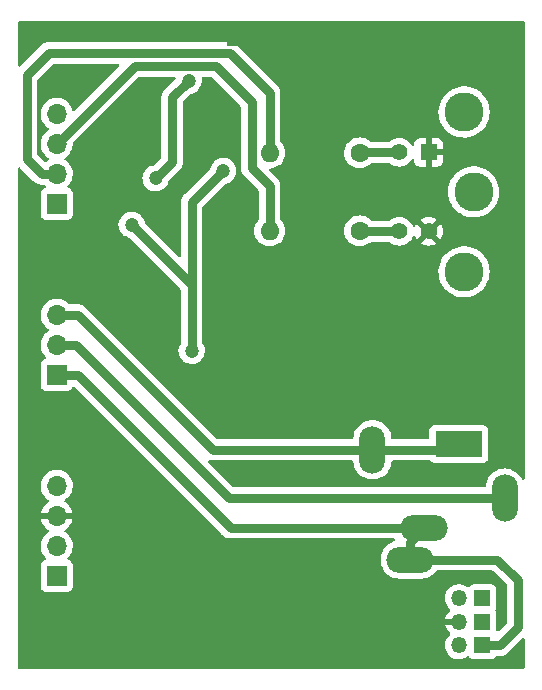
<source format=gbr>
G04 #@! TF.GenerationSoftware,KiCad,Pcbnew,(6.0.0)*
G04 #@! TF.CreationDate,2022-02-19T22:35:43+01:00*
G04 #@! TF.ProjectId,rfreplacement,72667265-706c-4616-9365-6d656e742e6b,rev?*
G04 #@! TF.SameCoordinates,Original*
G04 #@! TF.FileFunction,Copper,L2,Bot*
G04 #@! TF.FilePolarity,Positive*
%FSLAX46Y46*%
G04 Gerber Fmt 4.6, Leading zero omitted, Abs format (unit mm)*
G04 Created by KiCad (PCBNEW (6.0.0)) date 2022-02-19 22:35:43*
%MOMM*%
%LPD*%
G01*
G04 APERTURE LIST*
G04 #@! TA.AperFunction,ComponentPad*
%ADD10O,1.350000X1.350000*%
G04 #@! TD*
G04 #@! TA.AperFunction,ComponentPad*
%ADD11R,1.350000X1.350000*%
G04 #@! TD*
G04 #@! TA.AperFunction,ComponentPad*
%ADD12R,1.700000X1.700000*%
G04 #@! TD*
G04 #@! TA.AperFunction,ComponentPad*
%ADD13O,1.700000X1.700000*%
G04 #@! TD*
G04 #@! TA.AperFunction,ComponentPad*
%ADD14O,4.000000X2.200000*%
G04 #@! TD*
G04 #@! TA.AperFunction,ComponentPad*
%ADD15O,2.200000X4.000000*%
G04 #@! TD*
G04 #@! TA.AperFunction,ComponentPad*
%ADD16R,4.000000X2.200000*%
G04 #@! TD*
G04 #@! TA.AperFunction,ComponentPad*
%ADD17R,1.398000X1.398000*%
G04 #@! TD*
G04 #@! TA.AperFunction,ComponentPad*
%ADD18C,1.398000*%
G04 #@! TD*
G04 #@! TA.AperFunction,ComponentPad*
%ADD19C,3.306000*%
G04 #@! TD*
G04 #@! TA.AperFunction,ComponentPad*
%ADD20C,1.600000*%
G04 #@! TD*
G04 #@! TA.AperFunction,ComponentPad*
%ADD21O,1.600000X1.600000*%
G04 #@! TD*
G04 #@! TA.AperFunction,ViaPad*
%ADD22C,1.200000*%
G04 #@! TD*
G04 #@! TA.AperFunction,ViaPad*
%ADD23C,0.600000*%
G04 #@! TD*
G04 #@! TA.AperFunction,Conductor*
%ADD24C,0.800000*%
G04 #@! TD*
G04 APERTURE END LIST*
D10*
X142000000Y-108500000D03*
D11*
X144000000Y-108500000D03*
D10*
X142000000Y-104500000D03*
D11*
X144000000Y-104500000D03*
X144000000Y-106500000D03*
D10*
X142000000Y-106500000D03*
D12*
X107950000Y-102616000D03*
D13*
X107950000Y-100076000D03*
X107950000Y-97536000D03*
X107950000Y-94996000D03*
D12*
X107950000Y-85598000D03*
D13*
X107950000Y-83058000D03*
X107950000Y-80518000D03*
D12*
X107950000Y-71120000D03*
D13*
X107950000Y-68580000D03*
X107950000Y-66040000D03*
X107950000Y-63500000D03*
D14*
X137886000Y-101240000D03*
X139086000Y-98540000D03*
D15*
X145886000Y-96040000D03*
D16*
X141986000Y-91440000D03*
D15*
X134686000Y-91940000D03*
D17*
X139446000Y-66754000D03*
D18*
X139446000Y-73454000D03*
X136956000Y-66754000D03*
X136956000Y-73454000D03*
D19*
X143256000Y-70104000D03*
X142446000Y-76864000D03*
X142446000Y-63344000D03*
D20*
X133604000Y-66802000D03*
D21*
X125984000Y-66802000D03*
D20*
X133604000Y-73406000D03*
D21*
X125984000Y-73406000D03*
D12*
X145034000Y-84328000D03*
D13*
X145034000Y-81788000D03*
D12*
X123190000Y-109220000D03*
D13*
X125730000Y-109220000D03*
D12*
X123190000Y-56896000D03*
D13*
X125730000Y-56896000D03*
D22*
X116332000Y-68961000D03*
X119126000Y-60706000D03*
X114300000Y-72898000D03*
X119380000Y-83566000D03*
X122047000Y-68326000D03*
D23*
X129540000Y-109220000D03*
X119380000Y-86995000D03*
D22*
X123317000Y-70231000D03*
D23*
X137160000Y-56896000D03*
X140500000Y-106500000D03*
X113030000Y-100330000D03*
D22*
X114427000Y-78486000D03*
D23*
X137160000Y-83820000D03*
X107950000Y-56896000D03*
X129286000Y-70104000D03*
X107950000Y-109220000D03*
X107950000Y-91440000D03*
X107950000Y-76200000D03*
X129540000Y-83820000D03*
X137160000Y-70104000D03*
X107950000Y-60960000D03*
X129540000Y-56896000D03*
X144780000Y-56896000D03*
D24*
X147000000Y-106975000D02*
X147000000Y-103000000D01*
X145475000Y-108500000D02*
X147000000Y-106975000D01*
X145240000Y-101240000D02*
X137886000Y-101240000D01*
X144000000Y-108500000D02*
X145475000Y-108500000D01*
X147000000Y-103000000D02*
X145240000Y-101240000D01*
X122540000Y-96040000D02*
X145886000Y-96040000D01*
X109558000Y-83058000D02*
X122540000Y-96040000D01*
X107950000Y-83058000D02*
X109558000Y-83058000D01*
X117729000Y-67564000D02*
X117729000Y-62103000D01*
X116332000Y-68961000D02*
X117729000Y-67564000D01*
X117729000Y-62103000D02*
X119126000Y-60706000D01*
X119380000Y-70993000D02*
X119380000Y-83566000D01*
X119380000Y-70993000D02*
X122047000Y-68326000D01*
X114300000Y-72898000D02*
X119380000Y-77978000D01*
X125984000Y-73406000D02*
X125984000Y-69596000D01*
X124460000Y-68072000D02*
X125984000Y-69596000D01*
X121412000Y-59436000D02*
X124460000Y-62484000D01*
X107950000Y-66040000D02*
X114554000Y-59436000D01*
X114554000Y-59436000D02*
X121412000Y-59436000D01*
X124460000Y-62484000D02*
X124460000Y-68072000D01*
X125984000Y-61722000D02*
X125984000Y-66802000D01*
X125984000Y-61722000D02*
X122607511Y-58345511D01*
X107262489Y-58345511D02*
X105410000Y-60198000D01*
X105410000Y-67310000D02*
X106680000Y-68580000D01*
X122607511Y-58345511D02*
X107262489Y-58345511D01*
X105410000Y-60198000D02*
X105410000Y-67310000D01*
X106680000Y-68580000D02*
X107950000Y-68580000D01*
X107950000Y-80518000D02*
X109728000Y-80518000D01*
X109728000Y-80518000D02*
X121150000Y-91940000D01*
X121150000Y-91940000D02*
X134686000Y-91940000D01*
X134686000Y-91940000D02*
X141486000Y-91940000D01*
X136956000Y-73454000D02*
X133652000Y-73454000D01*
X137886000Y-99740000D02*
X139086000Y-98540000D01*
X107950000Y-85598000D02*
X109728000Y-85598000D01*
X109728000Y-85598000D02*
X122670000Y-98540000D01*
X122670000Y-98540000D02*
X139086000Y-98540000D01*
X137886000Y-101240000D02*
X137886000Y-99740000D01*
X136956000Y-66754000D02*
X133652000Y-66754000D01*
G04 #@! TA.AperFunction,Conductor*
G36*
X147516121Y-55646002D02*
G01*
X147562614Y-55699658D01*
X147574000Y-55752000D01*
X147574000Y-94378533D01*
X147553998Y-94446654D01*
X147500342Y-94493147D01*
X147430068Y-94503251D01*
X147365488Y-94473757D01*
X147331591Y-94426752D01*
X147325509Y-94412068D01*
X147323616Y-94407498D01*
X147191328Y-94191624D01*
X147026898Y-93999102D01*
X146834376Y-93834672D01*
X146618502Y-93702384D01*
X146613932Y-93700491D01*
X146613928Y-93700489D01*
X146389164Y-93607389D01*
X146389162Y-93607388D01*
X146384591Y-93605495D01*
X146264742Y-93576722D01*
X146143216Y-93547546D01*
X146143210Y-93547545D01*
X146138403Y-93546391D01*
X145886000Y-93526526D01*
X145633597Y-93546391D01*
X145628790Y-93547545D01*
X145628784Y-93547546D01*
X145507258Y-93576722D01*
X145387409Y-93605495D01*
X145382838Y-93607388D01*
X145382836Y-93607389D01*
X145158072Y-93700489D01*
X145158068Y-93700491D01*
X145153498Y-93702384D01*
X144937624Y-93834672D01*
X144745102Y-93999102D01*
X144580672Y-94191624D01*
X144448384Y-94407498D01*
X144446491Y-94412068D01*
X144446489Y-94412072D01*
X144384503Y-94561720D01*
X144351495Y-94641409D01*
X144292391Y-94887597D01*
X144283595Y-94999365D01*
X144282334Y-95015386D01*
X144257049Y-95081727D01*
X144199911Y-95123867D01*
X144156722Y-95131500D01*
X122968503Y-95131500D01*
X122900382Y-95111498D01*
X122879408Y-95094595D01*
X120824993Y-93040180D01*
X120790967Y-92977868D01*
X120796032Y-92907053D01*
X120838579Y-92850217D01*
X120905099Y-92825406D01*
X120947243Y-92830547D01*
X120947332Y-92830128D01*
X120952076Y-92831136D01*
X120953024Y-92831252D01*
X120960072Y-92833542D01*
X120966640Y-92834232D01*
X120966644Y-92834233D01*
X120974061Y-92835012D01*
X120993508Y-92838616D01*
X121007096Y-92842257D01*
X121013695Y-92842603D01*
X121013696Y-92842603D01*
X121075385Y-92845836D01*
X121081960Y-92846353D01*
X121096222Y-92847852D01*
X121102390Y-92848500D01*
X121122925Y-92848500D01*
X121129519Y-92848673D01*
X121191217Y-92851907D01*
X121191222Y-92851907D01*
X121197809Y-92852252D01*
X121211707Y-92850051D01*
X121231416Y-92848500D01*
X132956722Y-92848500D01*
X133024843Y-92868502D01*
X133071336Y-92922158D01*
X133082333Y-92964612D01*
X133092391Y-93092403D01*
X133151495Y-93338591D01*
X133153388Y-93343162D01*
X133153389Y-93343164D01*
X133237408Y-93546003D01*
X133248384Y-93572502D01*
X133380672Y-93788376D01*
X133545102Y-93980898D01*
X133737624Y-94145328D01*
X133953498Y-94277616D01*
X133958068Y-94279509D01*
X133958072Y-94279511D01*
X134144158Y-94356590D01*
X134187409Y-94374505D01*
X134272032Y-94394821D01*
X134428784Y-94432454D01*
X134428790Y-94432455D01*
X134433597Y-94433609D01*
X134686000Y-94453474D01*
X134938403Y-94433609D01*
X134943210Y-94432455D01*
X134943216Y-94432454D01*
X135099968Y-94394821D01*
X135184591Y-94374505D01*
X135227842Y-94356590D01*
X135413928Y-94279511D01*
X135413932Y-94279509D01*
X135418502Y-94277616D01*
X135634376Y-94145328D01*
X135826898Y-93980898D01*
X135991328Y-93788376D01*
X136123616Y-93572502D01*
X136134593Y-93546003D01*
X136218611Y-93343164D01*
X136218612Y-93343162D01*
X136220505Y-93338591D01*
X136279609Y-93092403D01*
X136289667Y-92964613D01*
X136314951Y-92898273D01*
X136372089Y-92856133D01*
X136415278Y-92848500D01*
X139518671Y-92848500D01*
X139586792Y-92868502D01*
X139610332Y-92890407D01*
X139611008Y-92889731D01*
X139617358Y-92896081D01*
X139622739Y-92903261D01*
X139739295Y-92990615D01*
X139875684Y-93041745D01*
X139937866Y-93048500D01*
X144034134Y-93048500D01*
X144096316Y-93041745D01*
X144232705Y-92990615D01*
X144349261Y-92903261D01*
X144436615Y-92786705D01*
X144487745Y-92650316D01*
X144494500Y-92588134D01*
X144494500Y-90291866D01*
X144487745Y-90229684D01*
X144436615Y-90093295D01*
X144349261Y-89976739D01*
X144232705Y-89889385D01*
X144096316Y-89838255D01*
X144034134Y-89831500D01*
X139937866Y-89831500D01*
X139875684Y-89838255D01*
X139739295Y-89889385D01*
X139622739Y-89976739D01*
X139535385Y-90093295D01*
X139484255Y-90229684D01*
X139477500Y-90291866D01*
X139477500Y-90905500D01*
X139457498Y-90973621D01*
X139403842Y-91020114D01*
X139351500Y-91031500D01*
X136415278Y-91031500D01*
X136347157Y-91011498D01*
X136300664Y-90957842D01*
X136289666Y-90915386D01*
X136279997Y-90792531D01*
X136279609Y-90787597D01*
X136220505Y-90541409D01*
X136123616Y-90307498D01*
X135991328Y-90091624D01*
X135826898Y-89899102D01*
X135634376Y-89734672D01*
X135418502Y-89602384D01*
X135413932Y-89600491D01*
X135413928Y-89600489D01*
X135189164Y-89507389D01*
X135189162Y-89507388D01*
X135184591Y-89505495D01*
X135099968Y-89485179D01*
X134943216Y-89447546D01*
X134943210Y-89447545D01*
X134938403Y-89446391D01*
X134686000Y-89426526D01*
X134433597Y-89446391D01*
X134428790Y-89447545D01*
X134428784Y-89447546D01*
X134272032Y-89485179D01*
X134187409Y-89505495D01*
X134182838Y-89507388D01*
X134182836Y-89507389D01*
X133958072Y-89600489D01*
X133958068Y-89600491D01*
X133953498Y-89602384D01*
X133737624Y-89734672D01*
X133545102Y-89899102D01*
X133380672Y-90091624D01*
X133248384Y-90307498D01*
X133151495Y-90541409D01*
X133092391Y-90787597D01*
X133092003Y-90792531D01*
X133082334Y-90915386D01*
X133057049Y-90981727D01*
X132999911Y-91023867D01*
X132956722Y-91031500D01*
X121578503Y-91031500D01*
X121510382Y-91011498D01*
X121489408Y-90994595D01*
X110427981Y-79933168D01*
X110415140Y-79918135D01*
X110410746Y-79912087D01*
X110410745Y-79912086D01*
X110406866Y-79906747D01*
X110356041Y-79860984D01*
X110351256Y-79856443D01*
X110336741Y-79841928D01*
X110329282Y-79835888D01*
X110320784Y-79829006D01*
X110315769Y-79824722D01*
X110269855Y-79783381D01*
X110269850Y-79783377D01*
X110264944Y-79778960D01*
X110259228Y-79775660D01*
X110259224Y-79775657D01*
X110252763Y-79771927D01*
X110236466Y-79760727D01*
X110230660Y-79756025D01*
X110230658Y-79756024D01*
X110225530Y-79751871D01*
X110164577Y-79720814D01*
X110158782Y-79717667D01*
X110105279Y-79686777D01*
X110105278Y-79686776D01*
X110099556Y-79683473D01*
X110093274Y-79681432D01*
X110093272Y-79681431D01*
X110086174Y-79679125D01*
X110067907Y-79671559D01*
X110055370Y-79665171D01*
X109989299Y-79647467D01*
X109982997Y-79645600D01*
X109917928Y-79624458D01*
X109911363Y-79623768D01*
X109911354Y-79623766D01*
X109903925Y-79622985D01*
X109884491Y-79619383D01*
X109877286Y-79617453D01*
X109877284Y-79617453D01*
X109870903Y-79615743D01*
X109864312Y-79615398D01*
X109864308Y-79615397D01*
X109802616Y-79612164D01*
X109796042Y-79611647D01*
X109778884Y-79609844D01*
X109778882Y-79609844D01*
X109775610Y-79609500D01*
X109755074Y-79609500D01*
X109748480Y-79609327D01*
X109686782Y-79606093D01*
X109686777Y-79606093D01*
X109680190Y-79605748D01*
X109666292Y-79607949D01*
X109646583Y-79609500D01*
X109015856Y-79609500D01*
X108947735Y-79589498D01*
X108922662Y-79568299D01*
X108883148Y-79524873D01*
X108883146Y-79524871D01*
X108879670Y-79521051D01*
X108816600Y-79471241D01*
X108708414Y-79385800D01*
X108708410Y-79385798D01*
X108704359Y-79382598D01*
X108508789Y-79274638D01*
X108503920Y-79272914D01*
X108503916Y-79272912D01*
X108303087Y-79201795D01*
X108303083Y-79201794D01*
X108298212Y-79200069D01*
X108293119Y-79199162D01*
X108293116Y-79199161D01*
X108083373Y-79161800D01*
X108083367Y-79161799D01*
X108078284Y-79160894D01*
X108004452Y-79159992D01*
X107860081Y-79158228D01*
X107860079Y-79158228D01*
X107854911Y-79158165D01*
X107634091Y-79191955D01*
X107421756Y-79261357D01*
X107223607Y-79364507D01*
X107219474Y-79367610D01*
X107219471Y-79367612D01*
X107195247Y-79385800D01*
X107044965Y-79498635D01*
X107041393Y-79502373D01*
X106904527Y-79645595D01*
X106890629Y-79660138D01*
X106887715Y-79664410D01*
X106887714Y-79664411D01*
X106814372Y-79771927D01*
X106764743Y-79844680D01*
X106670688Y-80047305D01*
X106610989Y-80262570D01*
X106587251Y-80484695D01*
X106600110Y-80707715D01*
X106601247Y-80712761D01*
X106601248Y-80712767D01*
X106625304Y-80819508D01*
X106649222Y-80925639D01*
X106733266Y-81132616D01*
X106849987Y-81323088D01*
X106996250Y-81491938D01*
X107168126Y-81634632D01*
X107238595Y-81675811D01*
X107241445Y-81677476D01*
X107290169Y-81729114D01*
X107303240Y-81798897D01*
X107276509Y-81864669D01*
X107236055Y-81898027D01*
X107223607Y-81904507D01*
X107219474Y-81907610D01*
X107219471Y-81907612D01*
X107049100Y-82035530D01*
X107044965Y-82038635D01*
X107041393Y-82042373D01*
X106921864Y-82167453D01*
X106890629Y-82200138D01*
X106887715Y-82204410D01*
X106887714Y-82204411D01*
X106809574Y-82318960D01*
X106764743Y-82384680D01*
X106670688Y-82587305D01*
X106610989Y-82802570D01*
X106587251Y-83024695D01*
X106600110Y-83247715D01*
X106601247Y-83252761D01*
X106601248Y-83252767D01*
X106618434Y-83329026D01*
X106649222Y-83465639D01*
X106733266Y-83672616D01*
X106849987Y-83863088D01*
X106996250Y-84031938D01*
X107000230Y-84035242D01*
X107004981Y-84039187D01*
X107044616Y-84098090D01*
X107046113Y-84169071D01*
X107008997Y-84229593D01*
X106968724Y-84254112D01*
X106853295Y-84297385D01*
X106736739Y-84384739D01*
X106649385Y-84501295D01*
X106598255Y-84637684D01*
X106591500Y-84699866D01*
X106591500Y-86496134D01*
X106598255Y-86558316D01*
X106649385Y-86694705D01*
X106736739Y-86811261D01*
X106853295Y-86898615D01*
X106989684Y-86949745D01*
X107051866Y-86956500D01*
X108848134Y-86956500D01*
X108910316Y-86949745D01*
X109046705Y-86898615D01*
X109163261Y-86811261D01*
X109250615Y-86694705D01*
X109260795Y-86667550D01*
X109303437Y-86610786D01*
X109369998Y-86586086D01*
X109439347Y-86601293D01*
X109467872Y-86622685D01*
X121970019Y-99124832D01*
X121982860Y-99139865D01*
X121991134Y-99151253D01*
X121996043Y-99155673D01*
X122041959Y-99197016D01*
X122046744Y-99201557D01*
X122061259Y-99216072D01*
X122063823Y-99218148D01*
X122077216Y-99228994D01*
X122082231Y-99233278D01*
X122128145Y-99274619D01*
X122128150Y-99274623D01*
X122133056Y-99279040D01*
X122138772Y-99282340D01*
X122138776Y-99282343D01*
X122145237Y-99286073D01*
X122161533Y-99297273D01*
X122172470Y-99306129D01*
X122178348Y-99309124D01*
X122178351Y-99309126D01*
X122233426Y-99337188D01*
X122239223Y-99340336D01*
X122292723Y-99371224D01*
X122298444Y-99374527D01*
X122311826Y-99378875D01*
X122330085Y-99386438D01*
X122342630Y-99392830D01*
X122349000Y-99394537D01*
X122349003Y-99394538D01*
X122379390Y-99402680D01*
X122408712Y-99410537D01*
X122415025Y-99412407D01*
X122480072Y-99433542D01*
X122494075Y-99435014D01*
X122513504Y-99438615D01*
X122527097Y-99442257D01*
X122533694Y-99442603D01*
X122533696Y-99442603D01*
X122595384Y-99445836D01*
X122601958Y-99446353D01*
X122619116Y-99448156D01*
X122619118Y-99448156D01*
X122622390Y-99448500D01*
X122642926Y-99448500D01*
X122649520Y-99448673D01*
X122711218Y-99451907D01*
X122711223Y-99451907D01*
X122717810Y-99452252D01*
X122731708Y-99450051D01*
X122751417Y-99448500D01*
X136493300Y-99448500D01*
X136561421Y-99468502D01*
X136607914Y-99522158D01*
X136618018Y-99592432D01*
X136588524Y-99657012D01*
X136522714Y-99697019D01*
X136487409Y-99705495D01*
X136482838Y-99707388D01*
X136482836Y-99707389D01*
X136258072Y-99800489D01*
X136258068Y-99800491D01*
X136253498Y-99802384D01*
X136037624Y-99934672D01*
X135845102Y-100099102D01*
X135680672Y-100291624D01*
X135548384Y-100507498D01*
X135546491Y-100512068D01*
X135546489Y-100512072D01*
X135487217Y-100655168D01*
X135451495Y-100741409D01*
X135450340Y-100746221D01*
X135400147Y-100955292D01*
X135392391Y-100987597D01*
X135372526Y-101240000D01*
X135392391Y-101492403D01*
X135393545Y-101497210D01*
X135393546Y-101497216D01*
X135429815Y-101648285D01*
X135451495Y-101738591D01*
X135548384Y-101972502D01*
X135680672Y-102188376D01*
X135845102Y-102380898D01*
X136037624Y-102545328D01*
X136253498Y-102677616D01*
X136258068Y-102679509D01*
X136258072Y-102679511D01*
X136482836Y-102772611D01*
X136487409Y-102774505D01*
X136572032Y-102794821D01*
X136728784Y-102832454D01*
X136728790Y-102832455D01*
X136733597Y-102833609D01*
X136833416Y-102841465D01*
X136920345Y-102848307D01*
X136920352Y-102848307D01*
X136922801Y-102848500D01*
X138849199Y-102848500D01*
X138851648Y-102848307D01*
X138851655Y-102848307D01*
X138938584Y-102841465D01*
X139038403Y-102833609D01*
X139043210Y-102832455D01*
X139043216Y-102832454D01*
X139199968Y-102794821D01*
X139284591Y-102774505D01*
X139289164Y-102772611D01*
X139513928Y-102679511D01*
X139513932Y-102679509D01*
X139518502Y-102677616D01*
X139734376Y-102545328D01*
X139926898Y-102380898D01*
X140087662Y-102192668D01*
X140147112Y-102153860D01*
X140183472Y-102148500D01*
X144811497Y-102148500D01*
X144879618Y-102168502D01*
X144900592Y-102185405D01*
X146054595Y-103339408D01*
X146088621Y-103401720D01*
X146091500Y-103428503D01*
X146091500Y-106546497D01*
X146071498Y-106614618D01*
X146054595Y-106635592D01*
X145398595Y-107291592D01*
X145336283Y-107325618D01*
X145265468Y-107320553D01*
X145208632Y-107278006D01*
X145183821Y-107211486D01*
X145183500Y-107202497D01*
X145183500Y-105776866D01*
X145176745Y-105714684D01*
X145125615Y-105578295D01*
X145120229Y-105571109D01*
X145115921Y-105563240D01*
X145118447Y-105561857D01*
X145098721Y-105509058D01*
X145113774Y-105439676D01*
X145117493Y-105433888D01*
X145120228Y-105428893D01*
X145125615Y-105421705D01*
X145176745Y-105285316D01*
X145183500Y-105223134D01*
X145183500Y-103776866D01*
X145176745Y-103714684D01*
X145125615Y-103578295D01*
X145038261Y-103461739D01*
X144921705Y-103374385D01*
X144785316Y-103323255D01*
X144723134Y-103316500D01*
X143276866Y-103316500D01*
X143214684Y-103323255D01*
X143078295Y-103374385D01*
X142961739Y-103461739D01*
X142906479Y-103535473D01*
X142905538Y-103536728D01*
X142848679Y-103579243D01*
X142777860Y-103584269D01*
X142728012Y-103561129D01*
X142727795Y-103560963D01*
X142723556Y-103557044D01*
X142539599Y-103440976D01*
X142337572Y-103360376D01*
X142124239Y-103317941D01*
X142118464Y-103317865D01*
X142118460Y-103317865D01*
X142009419Y-103316438D01*
X141906746Y-103315094D01*
X141901049Y-103316073D01*
X141901048Y-103316073D01*
X141698065Y-103350952D01*
X141698062Y-103350953D01*
X141692375Y-103351930D01*
X141488307Y-103427214D01*
X141301376Y-103538427D01*
X141137842Y-103681842D01*
X141134270Y-103686373D01*
X141017384Y-103834642D01*
X141003181Y-103852658D01*
X140901905Y-104045154D01*
X140837403Y-104252882D01*
X140811837Y-104468887D01*
X140826063Y-104685933D01*
X140879605Y-104896753D01*
X140970668Y-105094285D01*
X140974001Y-105099001D01*
X141061730Y-105223134D01*
X141096204Y-105271914D01*
X141240102Y-105412093D01*
X141274938Y-105473952D01*
X141270801Y-105544828D01*
X141235256Y-105597077D01*
X141142552Y-105678376D01*
X141134630Y-105686724D01*
X141007180Y-105848394D01*
X141000909Y-105858050D01*
X140905060Y-106040229D01*
X140900655Y-106050863D01*
X140845436Y-106228700D01*
X140845218Y-106242799D01*
X140851950Y-106246000D01*
X142128000Y-106246000D01*
X142196121Y-106266002D01*
X142242614Y-106319658D01*
X142254000Y-106372000D01*
X142254000Y-106628000D01*
X142233998Y-106696121D01*
X142180342Y-106742614D01*
X142128000Y-106754000D01*
X140861981Y-106754000D01*
X140848450Y-106757973D01*
X140847158Y-106766962D01*
X140878656Y-106890985D01*
X140882497Y-106901832D01*
X140968685Y-107088789D01*
X140974436Y-107098750D01*
X141093254Y-107266873D01*
X141100725Y-107275621D01*
X141240118Y-107411411D01*
X141274956Y-107473272D01*
X141270819Y-107544148D01*
X141235274Y-107596396D01*
X141137842Y-107681842D01*
X141003181Y-107852658D01*
X140901905Y-108045154D01*
X140837403Y-108252882D01*
X140811837Y-108468887D01*
X140826063Y-108685933D01*
X140879605Y-108896753D01*
X140970668Y-109094285D01*
X140974001Y-109099001D01*
X141092116Y-109266129D01*
X141096204Y-109271914D01*
X141252009Y-109423692D01*
X141432863Y-109544536D01*
X141438171Y-109546817D01*
X141438172Y-109546817D01*
X141627409Y-109628119D01*
X141627412Y-109628120D01*
X141632712Y-109630397D01*
X141638342Y-109631671D01*
X141736464Y-109653874D01*
X141844860Y-109678402D01*
X141850631Y-109678629D01*
X141850633Y-109678629D01*
X141923620Y-109681496D01*
X142062205Y-109686941D01*
X142277466Y-109655730D01*
X142282930Y-109653875D01*
X142282935Y-109653874D01*
X142477963Y-109587671D01*
X142477968Y-109587669D01*
X142483435Y-109585813D01*
X142673213Y-109479532D01*
X142721932Y-109439013D01*
X142787096Y-109410832D01*
X142857151Y-109422356D01*
X142903327Y-109460322D01*
X142961739Y-109538261D01*
X143078295Y-109625615D01*
X143214684Y-109676745D01*
X143276866Y-109683500D01*
X144723134Y-109683500D01*
X144785316Y-109676745D01*
X144921705Y-109625615D01*
X145038261Y-109538261D01*
X145097713Y-109458935D01*
X145154573Y-109416420D01*
X145198539Y-109408500D01*
X145393583Y-109408500D01*
X145413292Y-109410051D01*
X145427190Y-109412252D01*
X145433777Y-109411907D01*
X145433782Y-109411907D01*
X145495480Y-109408673D01*
X145502074Y-109408500D01*
X145522610Y-109408500D01*
X145525882Y-109408156D01*
X145525884Y-109408156D01*
X145543042Y-109406353D01*
X145549616Y-109405836D01*
X145611308Y-109402603D01*
X145611312Y-109402602D01*
X145617903Y-109402257D01*
X145624284Y-109400547D01*
X145624286Y-109400547D01*
X145631491Y-109398617D01*
X145650925Y-109395015D01*
X145658354Y-109394234D01*
X145658363Y-109394232D01*
X145664928Y-109393542D01*
X145729997Y-109372400D01*
X145736299Y-109370533D01*
X145802370Y-109352829D01*
X145814908Y-109346440D01*
X145833174Y-109338875D01*
X145840272Y-109336569D01*
X145840274Y-109336568D01*
X145846556Y-109334527D01*
X145905785Y-109300331D01*
X145911579Y-109297185D01*
X145972530Y-109266129D01*
X145983467Y-109257273D01*
X145999763Y-109246073D01*
X146006224Y-109242343D01*
X146006228Y-109242340D01*
X146011944Y-109239040D01*
X146016850Y-109234623D01*
X146016855Y-109234619D01*
X146062769Y-109193278D01*
X146067784Y-109188994D01*
X146081177Y-109178148D01*
X146083741Y-109176072D01*
X146098256Y-109161557D01*
X146103041Y-109157016D01*
X146148957Y-109115673D01*
X146153866Y-109111253D01*
X146162140Y-109099865D01*
X146174981Y-109084832D01*
X147358905Y-107900908D01*
X147421217Y-107866882D01*
X147492032Y-107871947D01*
X147548868Y-107914494D01*
X147573679Y-107981014D01*
X147574000Y-107990003D01*
X147574000Y-110364000D01*
X147553998Y-110432121D01*
X147500342Y-110478614D01*
X147448000Y-110490000D01*
X104774000Y-110490000D01*
X104705879Y-110469998D01*
X104659386Y-110416342D01*
X104648000Y-110364000D01*
X104648000Y-100042695D01*
X106587251Y-100042695D01*
X106587548Y-100047848D01*
X106587548Y-100047851D01*
X106595604Y-100187568D01*
X106600110Y-100265715D01*
X106601247Y-100270761D01*
X106601248Y-100270767D01*
X106618306Y-100346458D01*
X106649222Y-100483639D01*
X106733266Y-100690616D01*
X106849987Y-100881088D01*
X106996250Y-101049938D01*
X107000230Y-101053242D01*
X107004981Y-101057187D01*
X107044616Y-101116090D01*
X107046113Y-101187071D01*
X107008997Y-101247593D01*
X106968724Y-101272112D01*
X106853295Y-101315385D01*
X106736739Y-101402739D01*
X106649385Y-101519295D01*
X106598255Y-101655684D01*
X106591500Y-101717866D01*
X106591500Y-103514134D01*
X106598255Y-103576316D01*
X106649385Y-103712705D01*
X106736739Y-103829261D01*
X106853295Y-103916615D01*
X106989684Y-103967745D01*
X107051866Y-103974500D01*
X108848134Y-103974500D01*
X108910316Y-103967745D01*
X109046705Y-103916615D01*
X109163261Y-103829261D01*
X109250615Y-103712705D01*
X109301745Y-103576316D01*
X109308500Y-103514134D01*
X109308500Y-101717866D01*
X109301745Y-101655684D01*
X109250615Y-101519295D01*
X109163261Y-101402739D01*
X109046705Y-101315385D01*
X109034132Y-101310672D01*
X108928203Y-101270960D01*
X108871439Y-101228318D01*
X108846739Y-101161756D01*
X108861947Y-101092408D01*
X108883493Y-101063727D01*
X108954938Y-100992531D01*
X108988096Y-100959489D01*
X109047594Y-100876689D01*
X109115435Y-100782277D01*
X109118453Y-100778077D01*
X109136576Y-100741409D01*
X109215136Y-100582453D01*
X109215137Y-100582451D01*
X109217430Y-100577811D01*
X109258899Y-100441321D01*
X109280865Y-100369023D01*
X109280865Y-100369021D01*
X109282370Y-100364069D01*
X109311529Y-100142590D01*
X109311611Y-100139240D01*
X109313074Y-100079365D01*
X109313074Y-100079361D01*
X109313156Y-100076000D01*
X109294852Y-99853361D01*
X109240431Y-99636702D01*
X109151354Y-99431840D01*
X109030014Y-99244277D01*
X108879670Y-99079051D01*
X108875619Y-99075852D01*
X108875615Y-99075848D01*
X108708414Y-98943800D01*
X108708410Y-98943798D01*
X108704359Y-98940598D01*
X108662569Y-98917529D01*
X108612598Y-98867097D01*
X108597826Y-98797654D01*
X108622942Y-98731248D01*
X108650294Y-98704641D01*
X108825328Y-98579792D01*
X108833200Y-98573139D01*
X108984052Y-98422812D01*
X108990730Y-98414965D01*
X109115003Y-98242020D01*
X109120313Y-98233183D01*
X109214670Y-98042267D01*
X109218469Y-98032672D01*
X109280377Y-97828910D01*
X109282555Y-97818837D01*
X109283986Y-97807962D01*
X109281775Y-97793778D01*
X109268617Y-97790000D01*
X106633225Y-97790000D01*
X106619694Y-97793973D01*
X106618257Y-97803966D01*
X106648565Y-97938446D01*
X106651645Y-97948275D01*
X106731770Y-98145603D01*
X106736413Y-98154794D01*
X106847694Y-98336388D01*
X106853777Y-98344699D01*
X106993213Y-98505667D01*
X107000580Y-98512883D01*
X107164434Y-98648916D01*
X107172881Y-98654831D01*
X107241969Y-98695203D01*
X107290693Y-98746842D01*
X107303764Y-98816625D01*
X107277033Y-98882396D01*
X107236584Y-98915752D01*
X107223607Y-98922507D01*
X107219474Y-98925610D01*
X107219471Y-98925612D01*
X107049100Y-99053530D01*
X107044965Y-99056635D01*
X107041393Y-99060373D01*
X106894836Y-99213736D01*
X106890629Y-99218138D01*
X106887715Y-99222410D01*
X106887714Y-99222411D01*
X106853544Y-99272502D01*
X106764743Y-99402680D01*
X106670688Y-99605305D01*
X106610989Y-99820570D01*
X106587251Y-100042695D01*
X104648000Y-100042695D01*
X104648000Y-94962695D01*
X106587251Y-94962695D01*
X106587548Y-94967848D01*
X106587548Y-94967851D01*
X106593011Y-95062590D01*
X106600110Y-95185715D01*
X106601247Y-95190761D01*
X106601248Y-95190767D01*
X106621119Y-95278939D01*
X106649222Y-95403639D01*
X106733266Y-95610616D01*
X106849987Y-95801088D01*
X106996250Y-95969938D01*
X107168126Y-96112632D01*
X107241955Y-96155774D01*
X107290679Y-96207412D01*
X107303750Y-96277195D01*
X107277019Y-96342967D01*
X107236562Y-96376327D01*
X107228457Y-96380546D01*
X107219738Y-96386036D01*
X107049433Y-96513905D01*
X107041726Y-96520748D01*
X106894590Y-96674717D01*
X106888104Y-96682727D01*
X106768098Y-96858649D01*
X106763000Y-96867623D01*
X106673338Y-97060783D01*
X106669775Y-97070470D01*
X106614389Y-97270183D01*
X106615912Y-97278607D01*
X106628292Y-97282000D01*
X109268344Y-97282000D01*
X109281875Y-97278027D01*
X109283180Y-97268947D01*
X109241214Y-97101875D01*
X109237894Y-97092124D01*
X109152972Y-96896814D01*
X109148105Y-96887739D01*
X109032426Y-96708926D01*
X109026136Y-96700757D01*
X108882806Y-96543240D01*
X108875273Y-96536215D01*
X108708139Y-96404222D01*
X108699556Y-96398520D01*
X108662602Y-96378120D01*
X108612631Y-96327687D01*
X108597859Y-96258245D01*
X108622975Y-96191839D01*
X108650327Y-96165232D01*
X108673797Y-96148491D01*
X108829860Y-96037173D01*
X108988096Y-95879489D01*
X109047594Y-95796689D01*
X109115435Y-95702277D01*
X109118453Y-95698077D01*
X109217430Y-95497811D01*
X109282370Y-95284069D01*
X109311529Y-95062590D01*
X109311611Y-95059240D01*
X109313074Y-94999365D01*
X109313074Y-94999361D01*
X109313156Y-94996000D01*
X109294852Y-94773361D01*
X109240431Y-94556702D01*
X109151354Y-94351840D01*
X109030014Y-94164277D01*
X108879670Y-93999051D01*
X108875619Y-93995852D01*
X108875615Y-93995848D01*
X108708414Y-93863800D01*
X108708410Y-93863798D01*
X108704359Y-93860598D01*
X108508789Y-93752638D01*
X108503920Y-93750914D01*
X108503916Y-93750912D01*
X108303087Y-93679795D01*
X108303083Y-93679794D01*
X108298212Y-93678069D01*
X108293119Y-93677162D01*
X108293116Y-93677161D01*
X108083373Y-93639800D01*
X108083367Y-93639799D01*
X108078284Y-93638894D01*
X108004452Y-93637992D01*
X107860081Y-93636228D01*
X107860079Y-93636228D01*
X107854911Y-93636165D01*
X107634091Y-93669955D01*
X107421756Y-93739357D01*
X107391443Y-93755137D01*
X107232490Y-93837883D01*
X107223607Y-93842507D01*
X107219474Y-93845610D01*
X107219471Y-93845612D01*
X107195247Y-93863800D01*
X107044965Y-93976635D01*
X106890629Y-94138138D01*
X106887715Y-94142410D01*
X106887714Y-94142411D01*
X106854143Y-94191624D01*
X106764743Y-94322680D01*
X106670688Y-94525305D01*
X106610989Y-94740570D01*
X106587251Y-94962695D01*
X104648000Y-94962695D01*
X104648000Y-72868859D01*
X113187132Y-72868859D01*
X113200457Y-73072151D01*
X113250605Y-73269610D01*
X113335898Y-73454624D01*
X113453479Y-73620997D01*
X113599410Y-73763157D01*
X113604206Y-73766362D01*
X113604209Y-73766364D01*
X113682099Y-73818408D01*
X113768803Y-73876342D01*
X113774106Y-73878620D01*
X113774109Y-73878622D01*
X113790300Y-73885578D01*
X113955987Y-73956763D01*
X114050286Y-73978100D01*
X114072920Y-73983222D01*
X114134207Y-74017020D01*
X118434595Y-78317408D01*
X118468621Y-78379720D01*
X118471500Y-78406503D01*
X118471500Y-82884602D01*
X118451174Y-82953225D01*
X118449928Y-82955144D01*
X118446351Y-82959681D01*
X118351492Y-83139978D01*
X118291078Y-83334543D01*
X118267132Y-83536859D01*
X118280457Y-83740151D01*
X118330605Y-83937610D01*
X118415898Y-84122624D01*
X118533479Y-84288997D01*
X118679410Y-84431157D01*
X118684206Y-84434362D01*
X118684209Y-84434364D01*
X118744135Y-84474405D01*
X118848803Y-84544342D01*
X118854106Y-84546620D01*
X118854109Y-84546622D01*
X118943115Y-84584862D01*
X119035987Y-84624763D01*
X119093090Y-84637684D01*
X119229055Y-84668450D01*
X119229060Y-84668451D01*
X119234692Y-84669725D01*
X119240463Y-84669952D01*
X119240465Y-84669952D01*
X119303470Y-84672427D01*
X119438263Y-84677723D01*
X119639883Y-84648490D01*
X119645347Y-84646635D01*
X119645352Y-84646634D01*
X119827327Y-84584862D01*
X119827332Y-84584860D01*
X119832799Y-84583004D01*
X120010551Y-84483458D01*
X120167186Y-84353186D01*
X120297458Y-84196551D01*
X120385586Y-84039187D01*
X120394180Y-84023842D01*
X120394181Y-84023840D01*
X120397004Y-84018799D01*
X120398860Y-84013332D01*
X120398862Y-84013327D01*
X120460634Y-83831352D01*
X120460635Y-83831347D01*
X120462490Y-83825883D01*
X120491723Y-83624263D01*
X120493249Y-83566000D01*
X120474608Y-83363126D01*
X120419307Y-83167047D01*
X120408680Y-83145496D01*
X120331756Y-82989510D01*
X120329201Y-82984329D01*
X120313542Y-82963359D01*
X120288810Y-82896809D01*
X120288500Y-82887970D01*
X120288500Y-78059417D01*
X120290051Y-78039705D01*
X120291220Y-78032325D01*
X120292252Y-78025810D01*
X120288673Y-77957520D01*
X120288500Y-77950926D01*
X120288500Y-76841312D01*
X140279568Y-76841312D01*
X140296533Y-77135541D01*
X140297358Y-77139746D01*
X140297359Y-77139754D01*
X140330196Y-77307126D01*
X140353272Y-77424745D01*
X140354659Y-77428795D01*
X140354660Y-77428800D01*
X140447349Y-77699521D01*
X140448736Y-77703572D01*
X140581159Y-77966864D01*
X140748088Y-78209748D01*
X140946437Y-78427730D01*
X140949726Y-78430480D01*
X141169241Y-78614025D01*
X141169246Y-78614029D01*
X141172533Y-78616777D01*
X141230697Y-78653263D01*
X141418555Y-78771106D01*
X141418559Y-78771108D01*
X141422195Y-78773389D01*
X141690801Y-78894669D01*
X141694921Y-78895889D01*
X141694920Y-78895889D01*
X141969269Y-78977155D01*
X141969273Y-78977156D01*
X141973382Y-78978373D01*
X141977619Y-78979021D01*
X141977622Y-78979022D01*
X142227431Y-79017249D01*
X142264708Y-79022953D01*
X142414769Y-79025310D01*
X142555098Y-79027515D01*
X142555104Y-79027515D01*
X142559389Y-79027582D01*
X142563641Y-79027067D01*
X142563649Y-79027067D01*
X142790870Y-78999569D01*
X142851971Y-78992175D01*
X142856120Y-78991087D01*
X142856123Y-78991086D01*
X143132891Y-78918478D01*
X143137042Y-78917389D01*
X143409325Y-78804605D01*
X143663782Y-78655912D01*
X143895706Y-78474061D01*
X144100803Y-78262417D01*
X144103336Y-78258969D01*
X144103340Y-78258964D01*
X144272742Y-78028351D01*
X144275280Y-78024896D01*
X144278363Y-78019218D01*
X144413856Y-77769670D01*
X144413857Y-77769668D01*
X144415906Y-77765894D01*
X144520082Y-77490202D01*
X144585877Y-77202923D01*
X144592274Y-77131254D01*
X144611856Y-76911837D01*
X144612076Y-76909373D01*
X144612551Y-76864000D01*
X144592506Y-76569965D01*
X144532741Y-76281371D01*
X144434362Y-76003559D01*
X144299190Y-75741668D01*
X144129726Y-75500545D01*
X143929106Y-75284652D01*
X143701042Y-75097984D01*
X143449754Y-74943995D01*
X143445818Y-74942267D01*
X143183821Y-74827258D01*
X143183818Y-74827257D01*
X143179893Y-74825534D01*
X142896451Y-74744793D01*
X142892209Y-74744189D01*
X142892203Y-74744188D01*
X142608925Y-74703872D01*
X142604674Y-74703267D01*
X142449275Y-74702453D01*
X142314247Y-74701746D01*
X142314241Y-74701746D01*
X142309961Y-74701724D01*
X142305716Y-74702283D01*
X142305714Y-74702283D01*
X142239683Y-74710976D01*
X142017765Y-74740193D01*
X141733494Y-74817960D01*
X141729546Y-74819644D01*
X141466358Y-74931903D01*
X141466354Y-74931905D01*
X141462406Y-74933589D01*
X141334720Y-75010007D01*
X141213202Y-75082734D01*
X141213198Y-75082737D01*
X141209520Y-75084938D01*
X141206177Y-75087616D01*
X141206173Y-75087619D01*
X141093809Y-75177640D01*
X140979514Y-75269208D01*
X140976570Y-75272310D01*
X140976566Y-75272314D01*
X140887024Y-75366672D01*
X140776644Y-75482988D01*
X140604664Y-75722323D01*
X140466757Y-75982784D01*
X140365475Y-76259552D01*
X140302691Y-76547504D01*
X140279568Y-76841312D01*
X120288500Y-76841312D01*
X120288500Y-71421503D01*
X120308502Y-71353382D01*
X120325405Y-71332408D01*
X122209966Y-69447847D01*
X122272278Y-69413821D01*
X122280979Y-69412246D01*
X122289076Y-69411072D01*
X122306883Y-69408490D01*
X122312347Y-69406635D01*
X122312352Y-69406634D01*
X122494327Y-69344862D01*
X122494332Y-69344860D01*
X122499799Y-69343004D01*
X122508992Y-69337856D01*
X122616875Y-69277438D01*
X122677551Y-69243458D01*
X122834186Y-69113186D01*
X122964458Y-68956551D01*
X123064004Y-68778799D01*
X123065860Y-68773332D01*
X123065862Y-68773327D01*
X123127634Y-68591352D01*
X123127635Y-68591347D01*
X123129490Y-68585883D01*
X123158723Y-68384263D01*
X123160249Y-68326000D01*
X123146448Y-68175796D01*
X123142137Y-68128880D01*
X123142136Y-68128877D01*
X123141608Y-68123126D01*
X123140040Y-68117566D01*
X123087875Y-67932606D01*
X123087874Y-67932604D01*
X123086307Y-67927047D01*
X123079253Y-67912741D01*
X122998756Y-67749510D01*
X122996201Y-67744329D01*
X122977796Y-67719681D01*
X122877758Y-67585715D01*
X122877758Y-67585714D01*
X122874305Y-67581091D01*
X122767741Y-67482584D01*
X122728943Y-67446719D01*
X122728940Y-67446717D01*
X122724703Y-67442800D01*
X122678675Y-67413759D01*
X122557288Y-67337169D01*
X122557283Y-67337167D01*
X122552404Y-67334088D01*
X122363180Y-67258595D01*
X122163366Y-67218849D01*
X122157592Y-67218773D01*
X122157588Y-67218773D01*
X122054452Y-67217424D01*
X121959655Y-67216183D01*
X121953958Y-67217162D01*
X121953957Y-67217162D01*
X121910717Y-67224592D01*
X121758870Y-67250684D01*
X121567734Y-67321198D01*
X121562773Y-67324150D01*
X121562772Y-67324150D01*
X121457688Y-67386669D01*
X121392649Y-67425363D01*
X121239478Y-67559690D01*
X121235911Y-67564215D01*
X121235906Y-67564220D01*
X121177258Y-67638615D01*
X121113351Y-67719681D01*
X121110662Y-67724792D01*
X121110660Y-67724795D01*
X121070796Y-67800565D01*
X121018492Y-67899978D01*
X120992344Y-67984188D01*
X120959873Y-68088763D01*
X120958078Y-68094543D01*
X120957400Y-68100269D01*
X120956922Y-68102519D01*
X120922771Y-68165416D01*
X118795168Y-70293019D01*
X118780135Y-70305860D01*
X118768747Y-70314134D01*
X118764327Y-70319043D01*
X118722984Y-70364959D01*
X118718443Y-70369744D01*
X118703928Y-70384259D01*
X118701852Y-70386823D01*
X118691006Y-70400216D01*
X118686722Y-70405231D01*
X118645381Y-70451145D01*
X118645377Y-70451150D01*
X118640960Y-70456056D01*
X118637660Y-70461772D01*
X118637657Y-70461776D01*
X118633927Y-70468237D01*
X118622727Y-70484533D01*
X118613871Y-70495470D01*
X118582815Y-70556421D01*
X118579669Y-70562215D01*
X118545473Y-70621444D01*
X118543432Y-70627726D01*
X118543431Y-70627728D01*
X118541125Y-70634826D01*
X118533560Y-70653092D01*
X118527171Y-70665630D01*
X118525463Y-70672003D01*
X118525463Y-70672004D01*
X118509469Y-70731695D01*
X118507600Y-70738003D01*
X118486458Y-70803072D01*
X118485768Y-70809637D01*
X118485766Y-70809646D01*
X118484985Y-70817075D01*
X118481383Y-70836509D01*
X118479453Y-70843714D01*
X118477743Y-70850097D01*
X118477398Y-70856688D01*
X118477397Y-70856692D01*
X118474164Y-70918384D01*
X118473647Y-70924958D01*
X118472117Y-70939521D01*
X118471500Y-70945390D01*
X118471500Y-70965926D01*
X118471327Y-70972520D01*
X118467748Y-71040810D01*
X118468780Y-71047325D01*
X118469949Y-71054705D01*
X118471500Y-71074417D01*
X118471500Y-75480497D01*
X118451498Y-75548618D01*
X118397842Y-75595111D01*
X118327568Y-75605215D01*
X118262988Y-75575721D01*
X118256405Y-75569592D01*
X115422834Y-72736021D01*
X115390660Y-72681128D01*
X115340875Y-72504606D01*
X115340874Y-72504604D01*
X115339307Y-72499047D01*
X115329882Y-72479933D01*
X115251756Y-72321510D01*
X115249201Y-72316329D01*
X115230796Y-72291681D01*
X115130758Y-72157715D01*
X115130758Y-72157714D01*
X115127305Y-72153091D01*
X114977703Y-72014800D01*
X114931675Y-71985759D01*
X114810288Y-71909169D01*
X114810283Y-71909167D01*
X114805404Y-71906088D01*
X114616180Y-71830595D01*
X114416366Y-71790849D01*
X114410592Y-71790773D01*
X114410588Y-71790773D01*
X114307452Y-71789424D01*
X114212655Y-71788183D01*
X114206958Y-71789162D01*
X114206957Y-71789162D01*
X114017567Y-71821705D01*
X114011870Y-71822684D01*
X113820734Y-71893198D01*
X113645649Y-71997363D01*
X113492478Y-72131690D01*
X113488911Y-72136215D01*
X113488906Y-72136220D01*
X113424142Y-72218373D01*
X113366351Y-72291681D01*
X113363662Y-72296792D01*
X113363660Y-72296795D01*
X113315709Y-72387935D01*
X113271492Y-72471978D01*
X113211078Y-72666543D01*
X113187132Y-72868859D01*
X104648000Y-72868859D01*
X104648000Y-68137003D01*
X104668002Y-68068882D01*
X104721658Y-68022389D01*
X104791932Y-68012285D01*
X104856512Y-68041779D01*
X104863095Y-68047908D01*
X105980019Y-69164832D01*
X105992860Y-69179865D01*
X106001134Y-69191253D01*
X106036153Y-69222784D01*
X106051959Y-69237016D01*
X106056744Y-69241557D01*
X106071259Y-69256072D01*
X106073823Y-69258148D01*
X106087216Y-69268994D01*
X106092231Y-69273278D01*
X106138145Y-69314619D01*
X106138150Y-69314623D01*
X106143056Y-69319040D01*
X106148772Y-69322340D01*
X106148776Y-69322343D01*
X106155237Y-69326073D01*
X106171533Y-69337273D01*
X106182470Y-69346129D01*
X106243421Y-69377185D01*
X106249218Y-69380333D01*
X106299422Y-69409318D01*
X106308444Y-69414527D01*
X106314726Y-69416568D01*
X106314728Y-69416569D01*
X106321826Y-69418875D01*
X106340092Y-69426440D01*
X106352630Y-69432829D01*
X106359006Y-69434538D01*
X106359010Y-69434539D01*
X106418685Y-69450529D01*
X106425010Y-69452402D01*
X106490072Y-69473542D01*
X106496640Y-69474232D01*
X106496644Y-69474233D01*
X106504061Y-69475012D01*
X106523508Y-69478616D01*
X106537096Y-69482257D01*
X106543695Y-69482603D01*
X106543696Y-69482603D01*
X106605385Y-69485836D01*
X106611960Y-69486353D01*
X106626222Y-69487852D01*
X106632390Y-69488500D01*
X106652925Y-69488500D01*
X106659519Y-69488673D01*
X106721217Y-69491907D01*
X106721222Y-69491907D01*
X106727809Y-69492252D01*
X106741707Y-69490051D01*
X106761416Y-69488500D01*
X106882011Y-69488500D01*
X106950132Y-69508502D01*
X106977248Y-69532002D01*
X106992864Y-69550030D01*
X106992869Y-69550035D01*
X106996250Y-69553938D01*
X107000230Y-69557242D01*
X107004981Y-69561187D01*
X107044616Y-69620090D01*
X107046113Y-69691071D01*
X107008997Y-69751593D01*
X106968725Y-69776112D01*
X106938337Y-69787504D01*
X106853295Y-69819385D01*
X106736739Y-69906739D01*
X106649385Y-70023295D01*
X106598255Y-70159684D01*
X106591500Y-70221866D01*
X106591500Y-72018134D01*
X106598255Y-72080316D01*
X106649385Y-72216705D01*
X106736739Y-72333261D01*
X106853295Y-72420615D01*
X106989684Y-72471745D01*
X107051866Y-72478500D01*
X108848134Y-72478500D01*
X108910316Y-72471745D01*
X109046705Y-72420615D01*
X109163261Y-72333261D01*
X109250615Y-72216705D01*
X109301745Y-72080316D01*
X109308500Y-72018134D01*
X109308500Y-70221866D01*
X109301745Y-70159684D01*
X109250615Y-70023295D01*
X109163261Y-69906739D01*
X109046705Y-69819385D01*
X109010382Y-69805768D01*
X108928203Y-69774960D01*
X108871439Y-69732318D01*
X108846739Y-69665756D01*
X108861947Y-69596408D01*
X108883493Y-69567727D01*
X108933771Y-69517624D01*
X108988096Y-69463489D01*
X109083276Y-69331032D01*
X109115435Y-69286277D01*
X109118453Y-69282077D01*
X109123894Y-69271069D01*
X109215136Y-69086453D01*
X109215137Y-69086451D01*
X109217430Y-69081811D01*
X109262989Y-68931859D01*
X109280865Y-68873023D01*
X109280865Y-68873021D01*
X109282370Y-68868069D01*
X109311529Y-68646590D01*
X109312589Y-68603224D01*
X109313074Y-68583365D01*
X109313074Y-68583361D01*
X109313156Y-68580000D01*
X109294852Y-68357361D01*
X109240431Y-68140702D01*
X109151354Y-67935840D01*
X109030014Y-67748277D01*
X108879670Y-67583051D01*
X108875619Y-67579852D01*
X108875615Y-67579848D01*
X108708414Y-67447800D01*
X108708410Y-67447798D01*
X108704359Y-67444598D01*
X108663053Y-67421796D01*
X108613084Y-67371364D01*
X108598312Y-67301921D01*
X108623428Y-67235516D01*
X108650780Y-67208909D01*
X108707337Y-67168567D01*
X108829860Y-67081173D01*
X108898799Y-67012475D01*
X108940828Y-66970592D01*
X108988096Y-66923489D01*
X109047594Y-66840689D01*
X109115435Y-66746277D01*
X109118453Y-66742077D01*
X109201565Y-66573913D01*
X109215136Y-66546453D01*
X109215137Y-66546451D01*
X109217430Y-66541811D01*
X109282370Y-66328069D01*
X109311529Y-66106590D01*
X109313156Y-66040000D01*
X109312880Y-66036641D01*
X109311986Y-66025763D01*
X109326340Y-65956233D01*
X109348467Y-65926346D01*
X114893408Y-60381405D01*
X114955720Y-60347379D01*
X114982503Y-60344500D01*
X117898497Y-60344500D01*
X117966618Y-60364502D01*
X118013111Y-60418158D01*
X118023215Y-60488432D01*
X117993721Y-60553012D01*
X117987592Y-60559595D01*
X117144168Y-61403019D01*
X117129135Y-61415860D01*
X117117747Y-61424134D01*
X117113327Y-61429043D01*
X117071984Y-61474959D01*
X117067443Y-61479744D01*
X117052928Y-61494259D01*
X117050852Y-61496823D01*
X117040006Y-61510216D01*
X117035722Y-61515231D01*
X116994381Y-61561145D01*
X116994377Y-61561150D01*
X116989960Y-61566056D01*
X116986660Y-61571772D01*
X116986657Y-61571776D01*
X116982927Y-61578237D01*
X116971727Y-61594533D01*
X116962871Y-61605470D01*
X116955590Y-61619760D01*
X116931815Y-61666421D01*
X116928669Y-61672215D01*
X116916656Y-61693022D01*
X116911750Y-61701520D01*
X116894473Y-61731444D01*
X116892432Y-61737726D01*
X116892431Y-61737728D01*
X116890125Y-61744826D01*
X116882560Y-61763092D01*
X116876171Y-61775630D01*
X116862180Y-61827847D01*
X116858469Y-61841695D01*
X116856600Y-61848003D01*
X116835458Y-61913072D01*
X116834768Y-61919637D01*
X116834766Y-61919646D01*
X116833985Y-61927075D01*
X116830383Y-61946509D01*
X116828453Y-61953714D01*
X116826743Y-61960097D01*
X116826398Y-61966688D01*
X116826397Y-61966692D01*
X116823164Y-62028384D01*
X116822647Y-62034958D01*
X116820844Y-62052116D01*
X116820500Y-62055390D01*
X116820500Y-62075926D01*
X116820327Y-62082520D01*
X116817163Y-62142894D01*
X116816748Y-62150810D01*
X116817780Y-62157325D01*
X116818949Y-62164705D01*
X116820500Y-62184417D01*
X116820500Y-67135497D01*
X116800498Y-67203618D01*
X116783595Y-67224592D01*
X116167124Y-67841063D01*
X116099367Y-67876148D01*
X116043870Y-67885684D01*
X115852734Y-67956198D01*
X115847773Y-67959150D01*
X115847772Y-67959150D01*
X115722027Y-68033961D01*
X115677649Y-68060363D01*
X115524478Y-68194690D01*
X115520911Y-68199215D01*
X115520906Y-68199220D01*
X115469853Y-68263981D01*
X115398351Y-68354681D01*
X115395662Y-68359792D01*
X115395660Y-68359795D01*
X115347709Y-68450935D01*
X115303492Y-68534978D01*
X115243078Y-68729543D01*
X115219132Y-68931859D01*
X115232457Y-69135151D01*
X115282605Y-69332610D01*
X115367898Y-69517624D01*
X115485479Y-69683997D01*
X115631410Y-69826157D01*
X115636206Y-69829362D01*
X115636209Y-69829364D01*
X115704149Y-69874760D01*
X115800803Y-69939342D01*
X115806106Y-69941620D01*
X115806109Y-69941622D01*
X115979482Y-70016109D01*
X115987987Y-70019763D01*
X116040755Y-70031703D01*
X116181055Y-70063450D01*
X116181060Y-70063451D01*
X116186692Y-70064725D01*
X116192463Y-70064952D01*
X116192465Y-70064952D01*
X116255470Y-70067427D01*
X116390263Y-70072723D01*
X116591883Y-70043490D01*
X116597347Y-70041635D01*
X116597352Y-70041634D01*
X116779327Y-69979862D01*
X116779332Y-69979860D01*
X116784799Y-69978004D01*
X116962551Y-69878458D01*
X117119186Y-69748186D01*
X117249458Y-69591551D01*
X117345497Y-69420061D01*
X117346180Y-69418842D01*
X117346181Y-69418840D01*
X117349004Y-69413799D01*
X117350860Y-69408332D01*
X117350862Y-69408327D01*
X117412634Y-69226352D01*
X117412635Y-69226347D01*
X117414490Y-69220883D01*
X117418246Y-69194979D01*
X117447817Y-69130434D01*
X117453847Y-69123966D01*
X118313832Y-68263981D01*
X118328865Y-68251140D01*
X118334913Y-68246746D01*
X118334914Y-68246745D01*
X118340253Y-68242866D01*
X118386016Y-68192041D01*
X118390557Y-68187256D01*
X118405072Y-68172741D01*
X118417994Y-68156784D01*
X118422278Y-68151769D01*
X118463619Y-68105855D01*
X118463623Y-68105850D01*
X118468040Y-68100944D01*
X118471340Y-68095228D01*
X118471343Y-68095224D01*
X118475073Y-68088763D01*
X118486273Y-68072466D01*
X118490975Y-68066660D01*
X118490976Y-68066658D01*
X118495129Y-68061530D01*
X118526186Y-68000577D01*
X118529333Y-67994782D01*
X118535450Y-67984188D01*
X118551421Y-67956525D01*
X118560223Y-67941279D01*
X118560224Y-67941278D01*
X118563527Y-67935556D01*
X118567875Y-67922173D01*
X118575441Y-67903907D01*
X118578832Y-67897252D01*
X118581829Y-67891370D01*
X118587725Y-67869369D01*
X118599529Y-67825315D01*
X118601402Y-67818991D01*
X118620500Y-67760212D01*
X118622542Y-67753928D01*
X118624012Y-67739939D01*
X118627617Y-67720486D01*
X118629547Y-67713285D01*
X118631257Y-67706904D01*
X118632534Y-67682532D01*
X118634836Y-67638615D01*
X118635353Y-67632040D01*
X118637156Y-67614882D01*
X118637500Y-67611610D01*
X118637500Y-67591075D01*
X118637673Y-67584481D01*
X118640907Y-67522783D01*
X118640907Y-67522778D01*
X118641252Y-67516191D01*
X118639051Y-67502293D01*
X118637500Y-67482584D01*
X118637500Y-62531503D01*
X118657502Y-62463382D01*
X118674405Y-62442408D01*
X119288966Y-61827847D01*
X119351278Y-61793821D01*
X119359979Y-61792246D01*
X119368076Y-61791072D01*
X119385883Y-61788490D01*
X119391347Y-61786635D01*
X119391352Y-61786634D01*
X119573327Y-61724862D01*
X119573332Y-61724860D01*
X119578799Y-61723004D01*
X119617162Y-61701520D01*
X119669484Y-61672218D01*
X119756551Y-61623458D01*
X119913186Y-61493186D01*
X120043458Y-61336551D01*
X120128299Y-61185056D01*
X120140180Y-61163842D01*
X120140181Y-61163840D01*
X120143004Y-61158799D01*
X120144860Y-61153332D01*
X120144862Y-61153327D01*
X120206634Y-60971352D01*
X120206635Y-60971347D01*
X120208490Y-60965883D01*
X120237723Y-60764263D01*
X120239249Y-60706000D01*
X120223758Y-60537408D01*
X120221137Y-60508880D01*
X120221136Y-60508877D01*
X120220608Y-60503126D01*
X120219040Y-60497566D01*
X120218279Y-60493461D01*
X120225532Y-60422836D01*
X120269817Y-60367344D01*
X120342169Y-60344500D01*
X120983497Y-60344500D01*
X121051618Y-60364502D01*
X121072592Y-60381405D01*
X123514595Y-62823408D01*
X123548621Y-62885720D01*
X123551500Y-62912503D01*
X123551500Y-67990583D01*
X123549949Y-68010292D01*
X123547748Y-68024190D01*
X123548093Y-68030777D01*
X123548093Y-68030782D01*
X123551327Y-68092480D01*
X123551500Y-68099074D01*
X123551500Y-68119610D01*
X123551844Y-68122882D01*
X123551844Y-68122884D01*
X123553647Y-68140042D01*
X123554164Y-68146616D01*
X123556684Y-68194690D01*
X123557743Y-68214903D01*
X123559453Y-68221284D01*
X123559453Y-68221286D01*
X123561383Y-68228491D01*
X123564985Y-68247925D01*
X123565766Y-68255354D01*
X123565768Y-68255363D01*
X123566458Y-68261928D01*
X123587600Y-68326997D01*
X123589469Y-68333305D01*
X123604108Y-68387937D01*
X123607171Y-68399370D01*
X123613559Y-68411907D01*
X123621125Y-68430173D01*
X123625473Y-68443556D01*
X123628776Y-68449278D01*
X123628777Y-68449279D01*
X123659667Y-68502782D01*
X123662814Y-68508577D01*
X123693871Y-68569530D01*
X123698024Y-68574658D01*
X123698025Y-68574660D01*
X123702727Y-68580466D01*
X123713927Y-68596763D01*
X123717657Y-68603224D01*
X123717660Y-68603228D01*
X123720960Y-68608944D01*
X123725377Y-68613850D01*
X123725381Y-68613855D01*
X123766722Y-68659769D01*
X123771006Y-68664784D01*
X123783928Y-68680741D01*
X123798443Y-68695256D01*
X123802984Y-68700041D01*
X123848747Y-68750866D01*
X123854086Y-68754745D01*
X123854087Y-68754746D01*
X123860135Y-68759140D01*
X123875168Y-68771981D01*
X125038595Y-69935408D01*
X125072621Y-69997720D01*
X125075500Y-70024503D01*
X125075500Y-72411812D01*
X125055498Y-72479933D01*
X125038595Y-72500907D01*
X124977802Y-72561700D01*
X124846477Y-72749251D01*
X124844154Y-72754233D01*
X124844151Y-72754238D01*
X124752039Y-72951775D01*
X124749716Y-72956757D01*
X124748294Y-72962065D01*
X124748293Y-72962067D01*
X124691881Y-73172598D01*
X124690457Y-73177913D01*
X124670502Y-73406000D01*
X124690457Y-73634087D01*
X124691881Y-73639400D01*
X124691881Y-73639402D01*
X124743567Y-73832293D01*
X124749716Y-73855243D01*
X124752039Y-73860224D01*
X124752039Y-73860225D01*
X124844151Y-74057762D01*
X124844154Y-74057767D01*
X124846477Y-74062749D01*
X124874595Y-74102905D01*
X124962621Y-74228619D01*
X124977802Y-74250300D01*
X125139700Y-74412198D01*
X125144208Y-74415355D01*
X125144211Y-74415357D01*
X125200896Y-74455048D01*
X125327251Y-74543523D01*
X125332233Y-74545846D01*
X125332238Y-74545849D01*
X125529775Y-74637961D01*
X125534757Y-74640284D01*
X125540065Y-74641706D01*
X125540067Y-74641707D01*
X125750598Y-74698119D01*
X125750600Y-74698119D01*
X125755913Y-74699543D01*
X125984000Y-74719498D01*
X126212087Y-74699543D01*
X126217400Y-74698119D01*
X126217402Y-74698119D01*
X126427933Y-74641707D01*
X126427935Y-74641706D01*
X126433243Y-74640284D01*
X126438225Y-74637961D01*
X126635762Y-74545849D01*
X126635767Y-74545846D01*
X126640749Y-74543523D01*
X126767104Y-74455048D01*
X126823789Y-74415357D01*
X126823792Y-74415355D01*
X126828300Y-74412198D01*
X126990198Y-74250300D01*
X127005380Y-74228619D01*
X127093405Y-74102905D01*
X127121523Y-74062749D01*
X127123846Y-74057767D01*
X127123849Y-74057762D01*
X127215961Y-73860225D01*
X127215961Y-73860224D01*
X127218284Y-73855243D01*
X127224434Y-73832293D01*
X127276119Y-73639402D01*
X127276119Y-73639400D01*
X127277543Y-73634087D01*
X127297498Y-73406000D01*
X132290502Y-73406000D01*
X132310457Y-73634087D01*
X132311881Y-73639400D01*
X132311881Y-73639402D01*
X132363567Y-73832293D01*
X132369716Y-73855243D01*
X132372039Y-73860224D01*
X132372039Y-73860225D01*
X132464151Y-74057762D01*
X132464154Y-74057767D01*
X132466477Y-74062749D01*
X132494595Y-74102905D01*
X132582621Y-74228619D01*
X132597802Y-74250300D01*
X132759700Y-74412198D01*
X132764208Y-74415355D01*
X132764211Y-74415357D01*
X132820896Y-74455048D01*
X132947251Y-74543523D01*
X132952233Y-74545846D01*
X132952238Y-74545849D01*
X133149775Y-74637961D01*
X133154757Y-74640284D01*
X133160065Y-74641706D01*
X133160067Y-74641707D01*
X133370598Y-74698119D01*
X133370600Y-74698119D01*
X133375913Y-74699543D01*
X133604000Y-74719498D01*
X133832087Y-74699543D01*
X133837400Y-74698119D01*
X133837402Y-74698119D01*
X134047933Y-74641707D01*
X134047935Y-74641706D01*
X134053243Y-74640284D01*
X134058225Y-74637961D01*
X134255762Y-74545849D01*
X134255767Y-74545846D01*
X134260749Y-74543523D01*
X134387104Y-74455048D01*
X134443789Y-74415357D01*
X134443792Y-74415355D01*
X134448300Y-74412198D01*
X134461093Y-74399405D01*
X134523405Y-74365379D01*
X134550188Y-74362500D01*
X136108534Y-74362500D01*
X136180802Y-74385286D01*
X136349944Y-74503720D01*
X136354922Y-74506041D01*
X136354925Y-74506043D01*
X136535441Y-74590219D01*
X136541433Y-74593013D01*
X136546741Y-74594435D01*
X136546743Y-74594436D01*
X136740204Y-74646273D01*
X136745519Y-74647697D01*
X136956000Y-74666112D01*
X137166481Y-74647697D01*
X137171796Y-74646273D01*
X137365257Y-74594436D01*
X137365259Y-74594435D01*
X137370567Y-74593013D01*
X137376559Y-74590219D01*
X137557075Y-74506043D01*
X137557078Y-74506041D01*
X137562056Y-74503720D01*
X137613722Y-74467543D01*
X138797011Y-74467543D01*
X138806306Y-74479558D01*
X138835689Y-74500131D01*
X138845179Y-74505610D01*
X139026623Y-74590219D01*
X139036915Y-74593965D01*
X139230291Y-74645780D01*
X139241086Y-74647683D01*
X139440525Y-74665132D01*
X139451475Y-74665132D01*
X139650914Y-74647683D01*
X139661709Y-74645780D01*
X139855085Y-74593965D01*
X139865377Y-74590219D01*
X140046821Y-74505610D01*
X140056311Y-74500131D01*
X140086532Y-74478971D01*
X140094906Y-74468495D01*
X140087838Y-74455048D01*
X139458812Y-73826022D01*
X139444868Y-73818408D01*
X139443035Y-73818539D01*
X139436420Y-73822790D01*
X138803441Y-74455769D01*
X138797011Y-74467543D01*
X137613722Y-74467543D01*
X137735131Y-74382532D01*
X137884532Y-74233131D01*
X138005720Y-74060056D01*
X138037800Y-73991261D01*
X138087081Y-73885578D01*
X138133999Y-73832293D01*
X138202276Y-73812832D01*
X138270236Y-73833374D01*
X138315471Y-73885578D01*
X138394388Y-74054818D01*
X138399871Y-74064313D01*
X138421029Y-74094530D01*
X138431506Y-74102905D01*
X138444953Y-74095837D01*
X139073978Y-73466812D01*
X139080356Y-73455132D01*
X139810408Y-73455132D01*
X139810539Y-73456965D01*
X139814790Y-73463580D01*
X140447768Y-74096558D01*
X140459543Y-74102988D01*
X140471558Y-74093692D01*
X140492129Y-74064313D01*
X140497612Y-74054818D01*
X140582219Y-73873377D01*
X140585965Y-73863085D01*
X140637780Y-73669709D01*
X140639683Y-73658914D01*
X140657132Y-73459475D01*
X140657132Y-73448525D01*
X140639683Y-73249086D01*
X140637780Y-73238291D01*
X140585965Y-73044915D01*
X140582219Y-73034623D01*
X140497612Y-72853182D01*
X140492129Y-72843687D01*
X140470971Y-72813470D01*
X140460494Y-72805095D01*
X140447047Y-72812163D01*
X139818022Y-73441188D01*
X139810408Y-73455132D01*
X139080356Y-73455132D01*
X139081592Y-73452868D01*
X139081461Y-73451035D01*
X139077210Y-73444420D01*
X138444232Y-72811442D01*
X138432457Y-72805012D01*
X138420442Y-72814308D01*
X138399871Y-72843687D01*
X138394388Y-72853182D01*
X138315471Y-73022422D01*
X138268554Y-73075707D01*
X138200277Y-73095168D01*
X138132317Y-73074626D01*
X138087081Y-73022422D01*
X138008043Y-72852925D01*
X138008041Y-72852922D01*
X138005720Y-72847944D01*
X137884532Y-72674869D01*
X137735131Y-72525468D01*
X137612364Y-72439506D01*
X138797095Y-72439506D01*
X138804163Y-72452953D01*
X139433188Y-73081978D01*
X139447132Y-73089592D01*
X139448965Y-73089461D01*
X139455580Y-73085210D01*
X140088559Y-72452231D01*
X140094989Y-72440457D01*
X140085694Y-72428442D01*
X140056311Y-72407869D01*
X140046821Y-72402390D01*
X139865377Y-72317781D01*
X139855085Y-72314035D01*
X139661709Y-72262220D01*
X139650914Y-72260317D01*
X139451475Y-72242868D01*
X139440525Y-72242868D01*
X139241086Y-72260317D01*
X139230291Y-72262220D01*
X139036915Y-72314035D01*
X139026623Y-72317781D01*
X138845182Y-72402388D01*
X138835687Y-72407871D01*
X138805470Y-72429029D01*
X138797095Y-72439506D01*
X137612364Y-72439506D01*
X137562056Y-72404280D01*
X137557078Y-72401959D01*
X137557075Y-72401957D01*
X137375549Y-72317310D01*
X137375548Y-72317309D01*
X137370567Y-72314987D01*
X137365259Y-72313565D01*
X137365257Y-72313564D01*
X137171796Y-72261727D01*
X137171795Y-72261727D01*
X137166481Y-72260303D01*
X136956000Y-72241888D01*
X136745519Y-72260303D01*
X136740205Y-72261727D01*
X136740204Y-72261727D01*
X136546743Y-72313564D01*
X136546741Y-72313565D01*
X136541433Y-72314987D01*
X136536452Y-72317309D01*
X136536451Y-72317310D01*
X136354925Y-72401957D01*
X136354922Y-72401959D01*
X136349944Y-72404280D01*
X136180802Y-72522714D01*
X136108534Y-72545500D01*
X134646188Y-72545500D01*
X134578067Y-72525498D01*
X134557093Y-72508595D01*
X134448300Y-72399802D01*
X134443792Y-72396645D01*
X134443789Y-72396643D01*
X134331162Y-72317781D01*
X134260749Y-72268477D01*
X134255767Y-72266154D01*
X134255762Y-72266151D01*
X134058225Y-72174039D01*
X134058224Y-72174039D01*
X134053243Y-72171716D01*
X134047935Y-72170294D01*
X134047933Y-72170293D01*
X133837402Y-72113881D01*
X133837400Y-72113881D01*
X133832087Y-72112457D01*
X133604000Y-72092502D01*
X133375913Y-72112457D01*
X133370600Y-72113881D01*
X133370598Y-72113881D01*
X133160067Y-72170293D01*
X133160065Y-72170294D01*
X133154757Y-72171716D01*
X133149776Y-72174039D01*
X133149775Y-72174039D01*
X132952238Y-72266151D01*
X132952233Y-72266154D01*
X132947251Y-72268477D01*
X132876838Y-72317781D01*
X132764211Y-72396643D01*
X132764208Y-72396645D01*
X132759700Y-72399802D01*
X132597802Y-72561700D01*
X132466477Y-72749251D01*
X132464154Y-72754233D01*
X132464151Y-72754238D01*
X132372039Y-72951775D01*
X132369716Y-72956757D01*
X132368294Y-72962065D01*
X132368293Y-72962067D01*
X132311881Y-73172598D01*
X132310457Y-73177913D01*
X132290502Y-73406000D01*
X127297498Y-73406000D01*
X127277543Y-73177913D01*
X127276119Y-73172598D01*
X127219707Y-72962067D01*
X127219706Y-72962065D01*
X127218284Y-72956757D01*
X127215961Y-72951775D01*
X127123849Y-72754238D01*
X127123846Y-72754233D01*
X127121523Y-72749251D01*
X126990198Y-72561700D01*
X126929405Y-72500907D01*
X126895379Y-72438595D01*
X126892500Y-72411812D01*
X126892500Y-70081312D01*
X141089568Y-70081312D01*
X141106533Y-70375541D01*
X141107358Y-70379746D01*
X141107359Y-70379754D01*
X141122329Y-70456056D01*
X141163272Y-70664745D01*
X141164659Y-70668795D01*
X141164660Y-70668800D01*
X141188360Y-70738021D01*
X141258736Y-70943572D01*
X141260658Y-70947393D01*
X141260659Y-70947396D01*
X141307642Y-71040810D01*
X141391159Y-71206864D01*
X141431043Y-71264896D01*
X141538676Y-71421503D01*
X141558088Y-71449748D01*
X141756437Y-71667730D01*
X141759726Y-71670480D01*
X141979241Y-71854025D01*
X141979246Y-71854029D01*
X141982533Y-71856777D01*
X142107364Y-71935083D01*
X142228555Y-72011106D01*
X142228559Y-72011108D01*
X142232195Y-72013389D01*
X142236105Y-72015154D01*
X142236106Y-72015155D01*
X142275695Y-72033030D01*
X142500801Y-72134669D01*
X142504921Y-72135889D01*
X142504920Y-72135889D01*
X142779269Y-72217155D01*
X142779273Y-72217156D01*
X142783382Y-72218373D01*
X142787619Y-72219021D01*
X142787622Y-72219022D01*
X142937050Y-72241888D01*
X143074708Y-72262953D01*
X143224769Y-72265310D01*
X143365098Y-72267515D01*
X143365104Y-72267515D01*
X143369389Y-72267582D01*
X143373641Y-72267067D01*
X143373649Y-72267067D01*
X143600870Y-72239569D01*
X143661971Y-72232175D01*
X143666120Y-72231087D01*
X143666123Y-72231086D01*
X143942891Y-72158478D01*
X143947042Y-72157389D01*
X144219325Y-72044605D01*
X144346553Y-71970259D01*
X144470079Y-71898076D01*
X144470080Y-71898075D01*
X144473782Y-71895912D01*
X144705706Y-71714061D01*
X144910803Y-71502417D01*
X144913336Y-71498969D01*
X144913340Y-71498964D01*
X145082742Y-71268351D01*
X145085280Y-71264896D01*
X145087326Y-71261128D01*
X145223856Y-71009670D01*
X145223857Y-71009668D01*
X145225906Y-71005894D01*
X145297255Y-70817075D01*
X145328564Y-70734220D01*
X145328565Y-70734216D01*
X145330082Y-70730202D01*
X145369883Y-70556421D01*
X145394919Y-70447107D01*
X145394920Y-70447103D01*
X145395877Y-70442923D01*
X145402274Y-70371254D01*
X145421856Y-70151837D01*
X145422076Y-70149373D01*
X145422551Y-70104000D01*
X145419787Y-70063450D01*
X145402798Y-69814242D01*
X145402797Y-69814236D01*
X145402506Y-69809965D01*
X145342741Y-69521371D01*
X145244362Y-69243559D01*
X145178977Y-69116877D01*
X145111155Y-68985475D01*
X145111155Y-68985474D01*
X145109190Y-68981668D01*
X145091538Y-68956551D01*
X145024458Y-68861106D01*
X144939726Y-68740545D01*
X144849305Y-68643240D01*
X144742027Y-68527795D01*
X144742024Y-68527792D01*
X144739106Y-68524652D01*
X144511042Y-68337984D01*
X144272884Y-68192041D01*
X144263416Y-68186239D01*
X144263415Y-68186239D01*
X144259754Y-68183995D01*
X144255818Y-68182267D01*
X143993821Y-68067258D01*
X143993818Y-68067257D01*
X143989893Y-68065534D01*
X143706451Y-67984793D01*
X143702209Y-67984189D01*
X143702203Y-67984188D01*
X143418925Y-67943872D01*
X143414674Y-67943267D01*
X143259275Y-67942453D01*
X143124247Y-67941746D01*
X143124241Y-67941746D01*
X143119961Y-67941724D01*
X143115716Y-67942283D01*
X143115714Y-67942283D01*
X143076453Y-67947452D01*
X142827765Y-67980193D01*
X142543494Y-68057960D01*
X142539546Y-68059644D01*
X142276358Y-68171903D01*
X142276354Y-68171905D01*
X142272406Y-68173589D01*
X142150169Y-68246746D01*
X142023202Y-68322734D01*
X142023198Y-68322737D01*
X142019520Y-68324938D01*
X142016177Y-68327616D01*
X142016173Y-68327619D01*
X141934570Y-68392996D01*
X141789514Y-68509208D01*
X141786570Y-68512310D01*
X141786566Y-68512314D01*
X141716752Y-68585883D01*
X141586644Y-68722988D01*
X141414664Y-68962323D01*
X141276757Y-69222784D01*
X141264568Y-69256093D01*
X141185741Y-69471500D01*
X141175475Y-69499552D01*
X141112691Y-69787504D01*
X141112355Y-69791774D01*
X141090856Y-70064952D01*
X141089568Y-70081312D01*
X126892500Y-70081312D01*
X126892500Y-69677416D01*
X126894051Y-69657704D01*
X126895220Y-69650324D01*
X126896252Y-69643809D01*
X126892673Y-69575519D01*
X126892500Y-69568925D01*
X126892500Y-69548390D01*
X126891852Y-69542222D01*
X126890353Y-69527960D01*
X126889836Y-69521385D01*
X126886603Y-69459696D01*
X126886603Y-69459695D01*
X126886257Y-69453096D01*
X126882616Y-69439508D01*
X126879012Y-69420061D01*
X126878233Y-69412644D01*
X126878232Y-69412640D01*
X126877542Y-69406072D01*
X126856402Y-69341009D01*
X126854529Y-69334685D01*
X126838539Y-69275010D01*
X126838538Y-69275006D01*
X126836829Y-69268630D01*
X126830440Y-69256092D01*
X126822875Y-69237826D01*
X126820569Y-69230728D01*
X126820568Y-69230726D01*
X126818527Y-69224444D01*
X126784335Y-69165220D01*
X126781188Y-69159426D01*
X126753127Y-69104352D01*
X126753125Y-69104349D01*
X126750129Y-69098469D01*
X126741267Y-69087526D01*
X126730073Y-69071237D01*
X126723040Y-69059056D01*
X126718623Y-69054150D01*
X126718619Y-69054145D01*
X126677269Y-69008221D01*
X126672997Y-69003220D01*
X126660072Y-68987259D01*
X126645557Y-68972744D01*
X126641016Y-68967959D01*
X126599673Y-68922043D01*
X126595253Y-68917134D01*
X126583865Y-68908860D01*
X126568832Y-68896019D01*
X125995120Y-68322307D01*
X125961094Y-68259995D01*
X125966159Y-68189180D01*
X126008706Y-68132344D01*
X126073234Y-68107691D01*
X126085255Y-68106639D01*
X126206606Y-68096023D01*
X126206611Y-68096022D01*
X126212087Y-68095543D01*
X126217400Y-68094119D01*
X126217402Y-68094119D01*
X126427933Y-68037707D01*
X126427935Y-68037706D01*
X126433243Y-68036284D01*
X126459179Y-68024190D01*
X126635762Y-67941849D01*
X126635767Y-67941846D01*
X126640749Y-67939523D01*
X126802629Y-67826173D01*
X126823789Y-67811357D01*
X126823792Y-67811355D01*
X126828300Y-67808198D01*
X126990198Y-67646300D01*
X127031812Y-67586870D01*
X127076686Y-67522783D01*
X127121523Y-67458749D01*
X127123846Y-67453767D01*
X127123849Y-67453762D01*
X127215961Y-67256225D01*
X127215961Y-67256224D01*
X127218284Y-67251243D01*
X127226985Y-67218773D01*
X127276119Y-67035402D01*
X127276119Y-67035400D01*
X127277543Y-67030087D01*
X127297498Y-66802000D01*
X132290502Y-66802000D01*
X132310457Y-67030087D01*
X132311881Y-67035400D01*
X132311881Y-67035402D01*
X132361016Y-67218773D01*
X132369716Y-67251243D01*
X132372039Y-67256224D01*
X132372039Y-67256225D01*
X132464151Y-67453762D01*
X132464154Y-67453767D01*
X132466477Y-67458749D01*
X132511314Y-67522783D01*
X132556189Y-67586870D01*
X132597802Y-67646300D01*
X132759700Y-67808198D01*
X132764208Y-67811355D01*
X132764211Y-67811357D01*
X132785371Y-67826173D01*
X132947251Y-67939523D01*
X132952233Y-67941846D01*
X132952238Y-67941849D01*
X133128821Y-68024190D01*
X133154757Y-68036284D01*
X133160065Y-68037706D01*
X133160067Y-68037707D01*
X133370598Y-68094119D01*
X133370600Y-68094119D01*
X133375913Y-68095543D01*
X133604000Y-68115498D01*
X133832087Y-68095543D01*
X133837400Y-68094119D01*
X133837402Y-68094119D01*
X134047933Y-68037707D01*
X134047935Y-68037706D01*
X134053243Y-68036284D01*
X134079179Y-68024190D01*
X134255762Y-67941849D01*
X134255767Y-67941846D01*
X134260749Y-67939523D01*
X134422629Y-67826173D01*
X134443789Y-67811357D01*
X134443792Y-67811355D01*
X134448300Y-67808198D01*
X134557093Y-67699405D01*
X134619405Y-67665379D01*
X134646188Y-67662500D01*
X136108534Y-67662500D01*
X136180802Y-67685286D01*
X136349944Y-67803720D01*
X136354922Y-67806041D01*
X136354925Y-67806043D01*
X136525716Y-67885684D01*
X136541433Y-67893013D01*
X136546741Y-67894435D01*
X136546743Y-67894436D01*
X136740204Y-67946273D01*
X136745519Y-67947697D01*
X136956000Y-67966112D01*
X137166481Y-67947697D01*
X137171796Y-67946273D01*
X137365257Y-67894436D01*
X137365259Y-67894435D01*
X137370567Y-67893013D01*
X137386284Y-67885684D01*
X137557075Y-67806043D01*
X137557078Y-67806041D01*
X137562056Y-67803720D01*
X137735131Y-67682532D01*
X137884532Y-67533131D01*
X137970829Y-67409886D01*
X138002565Y-67364562D01*
X138002566Y-67364561D01*
X138005720Y-67360056D01*
X138006004Y-67360255D01*
X138055271Y-67313284D01*
X138124986Y-67299852D01*
X138190895Y-67326243D01*
X138232074Y-67384078D01*
X138239001Y-67425281D01*
X138239001Y-67497669D01*
X138239371Y-67504490D01*
X138244895Y-67555352D01*
X138248521Y-67570604D01*
X138293676Y-67691054D01*
X138302214Y-67706649D01*
X138378715Y-67808724D01*
X138391276Y-67821285D01*
X138493351Y-67897786D01*
X138508946Y-67906324D01*
X138629394Y-67951478D01*
X138644649Y-67955105D01*
X138695514Y-67960631D01*
X138702328Y-67961000D01*
X139173885Y-67961000D01*
X139189124Y-67956525D01*
X139190329Y-67955135D01*
X139192000Y-67947452D01*
X139192000Y-67942884D01*
X139700000Y-67942884D01*
X139704475Y-67958123D01*
X139705865Y-67959328D01*
X139713548Y-67960999D01*
X140189669Y-67960999D01*
X140196490Y-67960629D01*
X140247352Y-67955105D01*
X140262604Y-67951479D01*
X140383054Y-67906324D01*
X140398649Y-67897786D01*
X140500724Y-67821285D01*
X140513285Y-67808724D01*
X140589786Y-67706649D01*
X140598324Y-67691054D01*
X140643478Y-67570606D01*
X140647105Y-67555351D01*
X140652631Y-67504486D01*
X140653000Y-67497672D01*
X140653000Y-67026115D01*
X140648525Y-67010876D01*
X140647135Y-67009671D01*
X140639452Y-67008000D01*
X139718115Y-67008000D01*
X139702876Y-67012475D01*
X139701671Y-67013865D01*
X139700000Y-67021548D01*
X139700000Y-67942884D01*
X139192000Y-67942884D01*
X139192000Y-66481885D01*
X139700000Y-66481885D01*
X139704475Y-66497124D01*
X139705865Y-66498329D01*
X139713548Y-66500000D01*
X140634884Y-66500000D01*
X140650123Y-66495525D01*
X140651328Y-66494135D01*
X140652999Y-66486452D01*
X140652999Y-66010331D01*
X140652629Y-66003510D01*
X140647105Y-65952648D01*
X140643479Y-65937396D01*
X140598324Y-65816946D01*
X140589786Y-65801351D01*
X140513285Y-65699276D01*
X140500724Y-65686715D01*
X140398649Y-65610214D01*
X140383054Y-65601676D01*
X140262606Y-65556522D01*
X140247351Y-65552895D01*
X140196486Y-65547369D01*
X140189672Y-65547000D01*
X139718115Y-65547000D01*
X139702876Y-65551475D01*
X139701671Y-65552865D01*
X139700000Y-65560548D01*
X139700000Y-66481885D01*
X139192000Y-66481885D01*
X139192000Y-65565116D01*
X139187525Y-65549877D01*
X139186135Y-65548672D01*
X139178452Y-65547001D01*
X138702331Y-65547001D01*
X138695510Y-65547371D01*
X138644648Y-65552895D01*
X138629396Y-65556521D01*
X138508946Y-65601676D01*
X138493351Y-65610214D01*
X138391276Y-65686715D01*
X138378715Y-65699276D01*
X138302214Y-65801351D01*
X138293676Y-65816946D01*
X138248522Y-65937394D01*
X138244895Y-65952649D01*
X138239369Y-66003514D01*
X138239000Y-66010328D01*
X138239000Y-66082718D01*
X138218998Y-66150839D01*
X138165342Y-66197332D01*
X138095068Y-66207436D01*
X138030488Y-66177942D01*
X138005722Y-66147949D01*
X138005720Y-66147944D01*
X137884532Y-65974869D01*
X137735131Y-65825468D01*
X137562056Y-65704280D01*
X137557078Y-65701959D01*
X137557075Y-65701957D01*
X137375549Y-65617310D01*
X137375548Y-65617309D01*
X137370567Y-65614987D01*
X137365259Y-65613565D01*
X137365257Y-65613564D01*
X137171796Y-65561727D01*
X137171795Y-65561727D01*
X137166481Y-65560303D01*
X136956000Y-65541888D01*
X136745519Y-65560303D01*
X136740205Y-65561727D01*
X136740204Y-65561727D01*
X136546743Y-65613564D01*
X136546741Y-65613565D01*
X136541433Y-65614987D01*
X136536452Y-65617309D01*
X136536451Y-65617310D01*
X136354925Y-65701957D01*
X136354922Y-65701959D01*
X136349944Y-65704280D01*
X136180802Y-65822714D01*
X136108534Y-65845500D01*
X134550188Y-65845500D01*
X134482067Y-65825498D01*
X134461093Y-65808595D01*
X134448300Y-65795802D01*
X134443792Y-65792645D01*
X134443789Y-65792643D01*
X134292508Y-65686715D01*
X134260749Y-65664477D01*
X134255767Y-65662154D01*
X134255762Y-65662151D01*
X134058225Y-65570039D01*
X134058224Y-65570039D01*
X134053243Y-65567716D01*
X134047935Y-65566294D01*
X134047933Y-65566293D01*
X133837402Y-65509881D01*
X133837400Y-65509881D01*
X133832087Y-65508457D01*
X133604000Y-65488502D01*
X133375913Y-65508457D01*
X133370600Y-65509881D01*
X133370598Y-65509881D01*
X133160067Y-65566293D01*
X133160065Y-65566294D01*
X133154757Y-65567716D01*
X133149776Y-65570039D01*
X133149775Y-65570039D01*
X132952238Y-65662151D01*
X132952233Y-65662154D01*
X132947251Y-65664477D01*
X132915492Y-65686715D01*
X132764211Y-65792643D01*
X132764208Y-65792645D01*
X132759700Y-65795802D01*
X132597802Y-65957700D01*
X132594645Y-65962208D01*
X132594643Y-65962211D01*
X132563495Y-66006695D01*
X132466477Y-66145251D01*
X132464154Y-66150233D01*
X132464151Y-66150238D01*
X132429501Y-66224547D01*
X132369716Y-66352757D01*
X132368294Y-66358065D01*
X132368293Y-66358067D01*
X132331461Y-66495525D01*
X132310457Y-66573913D01*
X132290502Y-66802000D01*
X127297498Y-66802000D01*
X127277543Y-66573913D01*
X127256539Y-66495525D01*
X127219707Y-66358067D01*
X127219706Y-66358065D01*
X127218284Y-66352757D01*
X127158499Y-66224547D01*
X127123849Y-66150238D01*
X127123846Y-66150233D01*
X127121523Y-66145251D01*
X127024505Y-66006695D01*
X126993357Y-65962211D01*
X126993355Y-65962208D01*
X126990198Y-65957700D01*
X126929405Y-65896907D01*
X126895379Y-65834595D01*
X126892500Y-65807812D01*
X126892500Y-63321312D01*
X140279568Y-63321312D01*
X140296533Y-63615541D01*
X140297358Y-63619746D01*
X140297359Y-63619754D01*
X140311085Y-63689715D01*
X140353272Y-63904745D01*
X140354659Y-63908795D01*
X140354660Y-63908800D01*
X140423488Y-64109829D01*
X140448736Y-64183572D01*
X140581159Y-64446864D01*
X140621043Y-64504896D01*
X140727283Y-64659476D01*
X140748088Y-64689748D01*
X140946437Y-64907730D01*
X140949726Y-64910480D01*
X141169241Y-65094025D01*
X141169246Y-65094029D01*
X141172533Y-65096777D01*
X141230697Y-65133263D01*
X141418555Y-65251106D01*
X141418559Y-65251108D01*
X141422195Y-65253389D01*
X141690801Y-65374669D01*
X141694921Y-65375889D01*
X141694920Y-65375889D01*
X141969269Y-65457155D01*
X141969273Y-65457156D01*
X141973382Y-65458373D01*
X141977619Y-65459021D01*
X141977622Y-65459022D01*
X142170272Y-65488502D01*
X142264708Y-65502953D01*
X142414769Y-65505310D01*
X142555098Y-65507515D01*
X142555104Y-65507515D01*
X142559389Y-65507582D01*
X142563641Y-65507067D01*
X142563649Y-65507067D01*
X142790870Y-65479569D01*
X142851971Y-65472175D01*
X142856120Y-65471087D01*
X142856123Y-65471086D01*
X143132891Y-65398478D01*
X143137042Y-65397389D01*
X143409325Y-65284605D01*
X143663782Y-65135912D01*
X143895706Y-64954061D01*
X143958162Y-64889612D01*
X144097820Y-64745495D01*
X144100803Y-64742417D01*
X144103336Y-64738969D01*
X144103340Y-64738964D01*
X144272742Y-64508351D01*
X144275280Y-64504896D01*
X144294210Y-64470031D01*
X144413856Y-64249670D01*
X144413857Y-64249668D01*
X144415906Y-64245894D01*
X144520082Y-63970202D01*
X144546666Y-63854130D01*
X144584919Y-63687107D01*
X144584920Y-63687103D01*
X144585877Y-63682923D01*
X144592274Y-63611254D01*
X144611856Y-63391837D01*
X144612076Y-63389373D01*
X144612551Y-63344000D01*
X144608008Y-63277361D01*
X144592798Y-63054242D01*
X144592797Y-63054236D01*
X144592506Y-63049965D01*
X144532741Y-62761371D01*
X144434362Y-62483559D01*
X144299190Y-62221668D01*
X144272573Y-62183795D01*
X144132189Y-61984050D01*
X144129726Y-61980545D01*
X144000699Y-61841695D01*
X143932027Y-61767795D01*
X143932024Y-61767792D01*
X143929106Y-61764652D01*
X143701042Y-61577984D01*
X143449754Y-61423995D01*
X143431222Y-61415860D01*
X143183821Y-61307258D01*
X143183818Y-61307257D01*
X143179893Y-61305534D01*
X142896451Y-61224793D01*
X142892209Y-61224189D01*
X142892203Y-61224188D01*
X142608925Y-61183872D01*
X142604674Y-61183267D01*
X142449275Y-61182453D01*
X142314247Y-61181746D01*
X142314241Y-61181746D01*
X142309961Y-61181724D01*
X142305716Y-61182283D01*
X142305714Y-61182283D01*
X142284652Y-61185056D01*
X142017765Y-61220193D01*
X141733494Y-61297960D01*
X141729546Y-61299644D01*
X141466358Y-61411903D01*
X141466354Y-61411905D01*
X141462406Y-61413589D01*
X141351869Y-61479744D01*
X141213202Y-61562734D01*
X141213198Y-61562737D01*
X141209520Y-61564938D01*
X141206177Y-61567616D01*
X141206173Y-61567619D01*
X141182198Y-61586827D01*
X140979514Y-61749208D01*
X140976570Y-61752310D01*
X140976566Y-61752314D01*
X140932974Y-61798251D01*
X140776644Y-61962988D01*
X140649329Y-62140165D01*
X140625049Y-62173955D01*
X140604664Y-62202323D01*
X140466757Y-62462784D01*
X140450624Y-62506870D01*
X140389970Y-62672617D01*
X140365475Y-62739552D01*
X140302691Y-63027504D01*
X140279568Y-63321312D01*
X126892500Y-63321312D01*
X126892500Y-61803417D01*
X126894051Y-61783707D01*
X126895220Y-61776327D01*
X126895220Y-61776326D01*
X126896252Y-61769810D01*
X126895840Y-61761936D01*
X126892673Y-61701520D01*
X126892500Y-61694926D01*
X126892500Y-61674390D01*
X126891971Y-61669353D01*
X126890353Y-61653958D01*
X126889836Y-61647384D01*
X126886603Y-61585696D01*
X126886603Y-61585694D01*
X126886257Y-61579097D01*
X126882615Y-61565504D01*
X126879014Y-61546075D01*
X126878232Y-61538639D01*
X126877542Y-61532072D01*
X126856407Y-61467025D01*
X126854535Y-61460706D01*
X126838538Y-61401003D01*
X126838537Y-61401000D01*
X126836830Y-61394630D01*
X126830438Y-61382085D01*
X126822874Y-61363823D01*
X126820568Y-61356726D01*
X126818527Y-61350444D01*
X126807592Y-61331504D01*
X126784336Y-61291223D01*
X126781188Y-61285426D01*
X126753126Y-61230351D01*
X126753124Y-61230348D01*
X126750129Y-61224470D01*
X126741273Y-61213533D01*
X126730073Y-61197237D01*
X126726343Y-61190776D01*
X126726340Y-61190772D01*
X126723040Y-61185056D01*
X126718623Y-61180150D01*
X126718619Y-61180145D01*
X126677278Y-61134231D01*
X126672994Y-61129216D01*
X126662148Y-61115823D01*
X126660072Y-61113259D01*
X126645557Y-61098744D01*
X126641016Y-61093959D01*
X126599673Y-61048043D01*
X126595253Y-61043134D01*
X126583865Y-61034860D01*
X126568832Y-61022019D01*
X123307492Y-57760679D01*
X123294651Y-57745646D01*
X123290257Y-57739598D01*
X123290256Y-57739597D01*
X123286377Y-57734258D01*
X123235552Y-57688495D01*
X123230767Y-57683954D01*
X123216252Y-57669439D01*
X123208793Y-57663399D01*
X123200295Y-57656517D01*
X123195280Y-57652233D01*
X123149366Y-57610892D01*
X123149361Y-57610888D01*
X123144455Y-57606471D01*
X123138739Y-57603171D01*
X123138735Y-57603168D01*
X123132274Y-57599438D01*
X123115977Y-57588238D01*
X123110171Y-57583536D01*
X123110169Y-57583535D01*
X123105041Y-57579382D01*
X123044088Y-57548325D01*
X123038293Y-57545178D01*
X122984790Y-57514288D01*
X122984789Y-57514287D01*
X122979067Y-57510984D01*
X122972785Y-57508943D01*
X122972783Y-57508942D01*
X122965685Y-57506636D01*
X122947418Y-57499070D01*
X122934881Y-57492682D01*
X122928500Y-57490972D01*
X122910363Y-57486112D01*
X122868810Y-57474978D01*
X122862508Y-57473111D01*
X122797439Y-57451969D01*
X122790874Y-57451279D01*
X122790865Y-57451277D01*
X122783436Y-57450496D01*
X122764002Y-57446894D01*
X122756797Y-57444964D01*
X122756795Y-57444964D01*
X122750414Y-57443254D01*
X122743823Y-57442909D01*
X122743819Y-57442908D01*
X122682127Y-57439675D01*
X122675553Y-57439158D01*
X122658395Y-57437355D01*
X122658393Y-57437355D01*
X122655121Y-57437011D01*
X122634585Y-57437011D01*
X122627991Y-57436838D01*
X122566293Y-57433604D01*
X122566288Y-57433604D01*
X122559701Y-57433259D01*
X122545803Y-57435460D01*
X122526094Y-57437011D01*
X107343906Y-57437011D01*
X107324197Y-57435460D01*
X107310299Y-57433259D01*
X107303712Y-57433604D01*
X107303707Y-57433604D01*
X107242008Y-57436838D01*
X107235414Y-57437011D01*
X107214879Y-57437011D01*
X107208711Y-57437659D01*
X107194449Y-57439158D01*
X107187874Y-57439675D01*
X107126185Y-57442908D01*
X107126184Y-57442908D01*
X107119585Y-57443254D01*
X107105997Y-57446895D01*
X107086550Y-57450499D01*
X107079133Y-57451278D01*
X107079129Y-57451279D01*
X107072561Y-57451969D01*
X107015765Y-57470423D01*
X107007498Y-57473109D01*
X107001174Y-57474982D01*
X106941499Y-57490972D01*
X106941495Y-57490973D01*
X106935119Y-57492682D01*
X106929237Y-57495679D01*
X106922582Y-57499070D01*
X106904315Y-57506636D01*
X106897217Y-57508942D01*
X106897215Y-57508943D01*
X106890933Y-57510984D01*
X106885211Y-57514287D01*
X106885210Y-57514288D01*
X106831707Y-57545178D01*
X106825912Y-57548325D01*
X106764959Y-57579382D01*
X106759831Y-57583535D01*
X106759829Y-57583536D01*
X106754023Y-57588238D01*
X106737726Y-57599438D01*
X106731265Y-57603168D01*
X106731261Y-57603171D01*
X106725545Y-57606471D01*
X106720639Y-57610888D01*
X106720634Y-57610892D01*
X106674720Y-57652233D01*
X106669705Y-57656517D01*
X106661207Y-57663399D01*
X106653748Y-57669439D01*
X106639233Y-57683954D01*
X106634448Y-57688495D01*
X106583623Y-57734258D01*
X106579744Y-57739597D01*
X106579743Y-57739598D01*
X106575349Y-57745646D01*
X106562508Y-57760679D01*
X104863095Y-59460092D01*
X104800783Y-59494118D01*
X104729968Y-59489053D01*
X104673132Y-59446506D01*
X104648321Y-59379986D01*
X104648000Y-59370997D01*
X104648000Y-55752000D01*
X104668002Y-55683879D01*
X104721658Y-55637386D01*
X104774000Y-55626000D01*
X147448000Y-55626000D01*
X147516121Y-55646002D01*
G37*
G04 #@! TD.AperFunction*
G04 #@! TA.AperFunction,Conductor*
G36*
X113215107Y-59274013D02*
G01*
X113261600Y-59327669D01*
X113271704Y-59397943D01*
X113242210Y-59462523D01*
X113236081Y-59469106D01*
X109478703Y-63226484D01*
X109416391Y-63260510D01*
X109345576Y-63255445D01*
X109288740Y-63212898D01*
X109267404Y-63168085D01*
X109241691Y-63065720D01*
X109240431Y-63060702D01*
X109151354Y-62855840D01*
X109030014Y-62668277D01*
X108879670Y-62503051D01*
X108875619Y-62499852D01*
X108875615Y-62499848D01*
X108708414Y-62367800D01*
X108708410Y-62367798D01*
X108704359Y-62364598D01*
X108508789Y-62256638D01*
X108503920Y-62254914D01*
X108503916Y-62254912D01*
X108303087Y-62183795D01*
X108303083Y-62183794D01*
X108298212Y-62182069D01*
X108293119Y-62181162D01*
X108293116Y-62181161D01*
X108083373Y-62143800D01*
X108083367Y-62143799D01*
X108078284Y-62142894D01*
X108004452Y-62141992D01*
X107860081Y-62140228D01*
X107860079Y-62140228D01*
X107854911Y-62140165D01*
X107634091Y-62173955D01*
X107421756Y-62243357D01*
X107223607Y-62346507D01*
X107219474Y-62349610D01*
X107219471Y-62349612D01*
X107049100Y-62477530D01*
X107044965Y-62480635D01*
X106890629Y-62642138D01*
X106764743Y-62826680D01*
X106670688Y-63029305D01*
X106610989Y-63244570D01*
X106587251Y-63466695D01*
X106600110Y-63689715D01*
X106601247Y-63694761D01*
X106601248Y-63694767D01*
X106625304Y-63801508D01*
X106649222Y-63907639D01*
X106733266Y-64114616D01*
X106849987Y-64305088D01*
X106996250Y-64473938D01*
X107168126Y-64616632D01*
X107238595Y-64657811D01*
X107241445Y-64659476D01*
X107290169Y-64711114D01*
X107303240Y-64780897D01*
X107276509Y-64846669D01*
X107236055Y-64880027D01*
X107223607Y-64886507D01*
X107219474Y-64889610D01*
X107219471Y-64889612D01*
X107049100Y-65017530D01*
X107044965Y-65020635D01*
X106890629Y-65182138D01*
X106764743Y-65366680D01*
X106749983Y-65398478D01*
X106674206Y-65561727D01*
X106670688Y-65569305D01*
X106610989Y-65784570D01*
X106587251Y-66006695D01*
X106587548Y-66011848D01*
X106587548Y-66011851D01*
X106593011Y-66106590D01*
X106600110Y-66229715D01*
X106601247Y-66234761D01*
X106601248Y-66234767D01*
X106621119Y-66322939D01*
X106649222Y-66447639D01*
X106733266Y-66654616D01*
X106735965Y-66659020D01*
X106820228Y-66796525D01*
X106849987Y-66845088D01*
X106996250Y-67013938D01*
X107168126Y-67156632D01*
X107238595Y-67197811D01*
X107241445Y-67199476D01*
X107290169Y-67251114D01*
X107303240Y-67320897D01*
X107276509Y-67386669D01*
X107236055Y-67420027D01*
X107223607Y-67426507D01*
X107219474Y-67429610D01*
X107219471Y-67429612D01*
X107148919Y-67482584D01*
X107076410Y-67537026D01*
X107075560Y-67537664D01*
X107009075Y-67562570D01*
X106939680Y-67547578D01*
X106910812Y-67525999D01*
X106355405Y-66970592D01*
X106321379Y-66908280D01*
X106318500Y-66881497D01*
X106318500Y-60626503D01*
X106338502Y-60558382D01*
X106355405Y-60537408D01*
X107601897Y-59290916D01*
X107664209Y-59256890D01*
X107690992Y-59254011D01*
X113146986Y-59254011D01*
X113215107Y-59274013D01*
G37*
G04 #@! TD.AperFunction*
M02*

</source>
